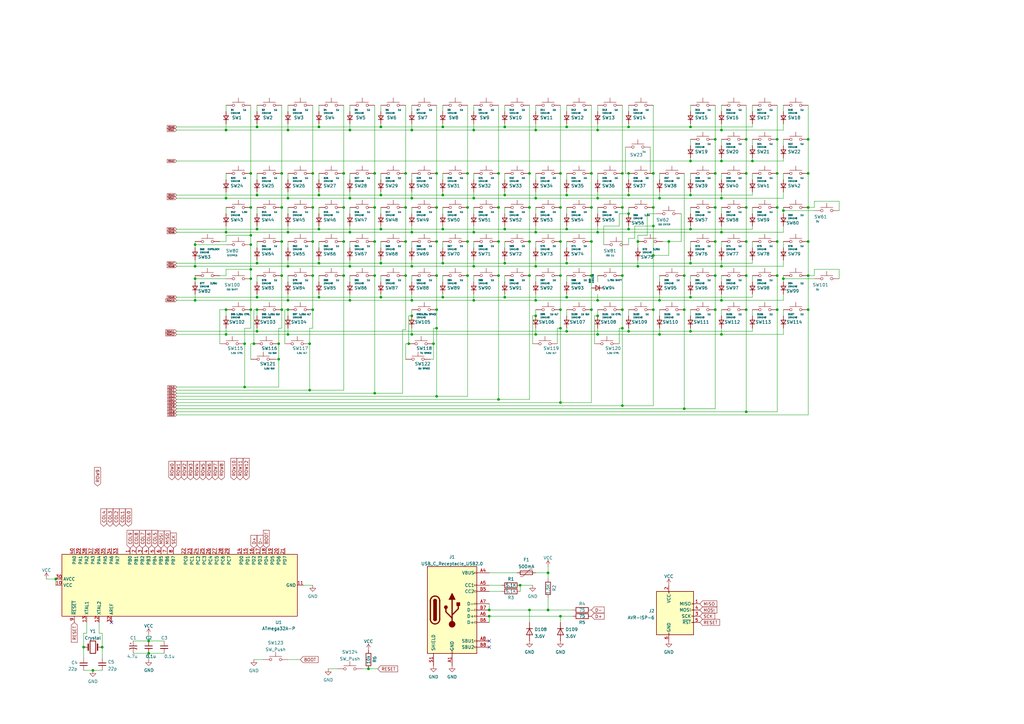
<source format=kicad_sch>
(kicad_sch (version 20211123) (generator eeschema)
  (paper "A3")
  (junction (at 118.11 109.22))
  (junction (at 245.11 123.19))
  (junction (at 194.31 53.34))
  (junction (at 280.67 113.03))
  (junction (at 179.07 162.56))
  (junction (at 245.11 95.25))
  (junction (at 267.97 104.775))
  (junction (at 115.57 113.03))
  (junction (at 219.71 137.16))
  (junction (at 229.87 99.06))
  (junction (at 153.67 85.09))
  (junction (at 179.07 99.06))
  (junction (at 229.87 113.03))
  (junction (at 318.77 71.12))
  (junction (at 102.87 96.52))
  (junction (at 283.21 93.98))
  (junction (at 274.32 99.06))
  (junction (at 255.27 166.37))
  (junction (at 194.31 95.25))
  (junction (at 204.47 163.83))
  (junction (at 105.41 121.92))
  (junction (at 200.66 252.73))
  (junction (at 194.31 123.19))
  (junction (at 308.61 66.04))
  (junction (at 102.87 114.3))
  (junction (at 115.57 71.12))
  (junction (at 318.77 127))
  (junction (at 153.67 161.29))
  (junction (at 270.51 123.19))
  (junction (at 80.01 114.3))
  (junction (at 105.41 52.07))
  (junction (at 280.67 167.64))
  (junction (at 168.91 53.34))
  (junction (at 181.61 52.07))
  (junction (at 153.67 71.12))
  (junction (at 156.21 80.01))
  (junction (at 166.37 113.03))
  (junction (at 245.11 81.28))
  (junction (at 191.77 71.12))
  (junction (at 92.71 81.28))
  (junction (at 217.17 85.09))
  (junction (at 118.11 53.34))
  (junction (at 207.01 52.07))
  (junction (at 105.41 107.95))
  (junction (at 114.3 147.32))
  (junction (at 127 160.02))
  (junction (at 306.07 127))
  (junction (at 224.79 250.19))
  (junction (at 153.67 99.06))
  (junction (at 283.21 107.95))
  (junction (at 118.11 127))
  (junction (at 92.71 53.34))
  (junction (at 118.11 95.25))
  (junction (at 229.87 134.62))
  (junction (at 219.71 109.22))
  (junction (at 130.81 80.01))
  (junction (at 213.36 240.03))
  (junction (at 181.61 93.98))
  (junction (at 283.21 135.89))
  (junction (at 80.01 109.22))
  (junction (at 229.87 127))
  (junction (at 255.27 127))
  (junction (at 245.11 129.54))
  (junction (at 331.47 85.09))
  (junction (at 128.27 127))
  (junction (at 38.1 274.955))
  (junction (at 207.01 80.01))
  (junction (at 128.27 113.03))
  (junction (at 295.91 66.04))
  (junction (at 295.91 137.16))
  (junction (at 293.37 99.06))
  (junction (at 261.62 99.06))
  (junction (at 80.01 123.19))
  (junction (at 130.81 121.92))
  (junction (at 92.71 95.25))
  (junction (at 242.57 127))
  (junction (at 261.62 109.22))
  (junction (at 102.87 127))
  (junction (at 118.11 81.28))
  (junction (at 92.71 127))
  (junction (at 306.07 85.09))
  (junction (at 283.21 121.92))
  (junction (at 242.57 99.06))
  (junction (at 179.07 113.03))
  (junction (at 118.11 137.16))
  (junction (at 229.87 252.73))
  (junction (at 270.51 81.28))
  (junction (at 115.57 99.06))
  (junction (at 270.51 137.16))
  (junction (at 102.87 110.49))
  (junction (at 115.57 127))
  (junction (at 321.31 86.36))
  (junction (at 80.01 100.33))
  (junction (at 204.47 85.09))
  (junction (at 267.97 127))
  (junction (at 127 140.97))
  (junction (at 232.41 80.01))
  (junction (at 156.21 107.95))
  (junction (at 232.41 93.98))
  (junction (at 105.41 80.01))
  (junction (at 245.11 53.34))
  (junction (at 207.01 121.92))
  (junction (at 179.07 134.62))
  (junction (at 306.07 71.12))
  (junction (at 257.81 71.12))
  (junction (at 166.37 71.12))
  (junction (at 283.21 52.07))
  (junction (at 204.47 113.03))
  (junction (at 255.27 113.03))
  (junction (at 219.71 95.25))
  (junction (at 255.27 134.62))
  (junction (at 280.67 127))
  (junction (at 306.07 57.15))
  (junction (at 105.41 127))
  (junction (at 217.17 71.12))
  (junction (at 105.41 93.98))
  (junction (at 200.66 250.19))
  (junction (at 156.21 52.07))
  (junction (at 331.47 113.03))
  (junction (at 143.51 81.28))
  (junction (at 179.07 85.09))
  (junction (at 102.87 100.33))
  (junction (at 242.57 113.03))
  (junction (at 242.57 85.09))
  (junction (at 115.57 85.09))
  (junction (at 22.86 237.49))
  (junction (at 102.87 85.09))
  (junction (at 166.37 99.06))
  (junction (at 100.33 158.75))
  (junction (at 224.79 234.95))
  (junction (at 140.97 99.06))
  (junction (at 102.87 71.12))
  (junction (at 257.81 80.01))
  (junction (at 306.07 99.06))
  (junction (at 41.91 265.43))
  (junction (at 306.07 113.03))
  (junction (at 128.27 71.12))
  (junction (at 179.07 71.12))
  (junction (at 140.97 113.03))
  (junction (at 318.77 113.03))
  (junction (at 194.31 81.28))
  (junction (at 168.91 137.16))
  (junction (at 60.96 267.97))
  (junction (at 257.81 87.63))
  (junction (at 318.77 57.15))
  (junction (at 257.81 135.89))
  (junction (at 217.17 113.03))
  (junction (at 229.87 71.12))
  (junction (at 100.33 140.97))
  (junction (at 232.41 107.95))
  (junction (at 217.17 250.19))
  (junction (at 140.97 71.12))
  (junction (at 128.27 85.09))
  (junction (at 194.31 109.22))
  (junction (at 293.37 127))
  (junction (at 321.31 114.3))
  (junction (at 191.77 113.03))
  (junction (at 143.51 95.25))
  (junction (at 168.91 123.19))
  (junction (at 255.27 85.09))
  (junction (at 168.91 129.54))
  (junction (at 229.87 165.1))
  (junction (at 168.91 95.25))
  (junction (at 257.81 52.07))
  (junction (at 219.71 129.54))
  (junction (at 283.21 80.01))
  (junction (at 295.91 109.22))
  (junction (at 283.21 66.04))
  (junction (at 257.81 93.98))
  (junction (at 242.57 71.12))
  (junction (at 156.21 121.92))
  (junction (at 179.07 127))
  (junction (at 118.11 123.19))
  (junction (at 207.01 93.98))
  (junction (at 204.47 99.06))
  (junction (at 166.37 85.09))
  (junction (at 181.61 80.01))
  (junction (at 232.41 135.89))
  (junction (at 60.96 262.89))
  (junction (at 130.81 107.95))
  (junction (at 105.41 135.89))
  (junction (at 295.91 123.19))
  (junction (at 168.91 81.28))
  (junction (at 181.61 107.95))
  (junction (at 295.91 95.25))
  (junction (at 267.97 92.71))
  (junction (at 153.67 113.03))
  (junction (at 232.41 121.92))
  (junction (at 331.47 127))
  (junction (at 191.77 99.06))
  (junction (at 140.97 85.09))
  (junction (at 331.47 57.15))
  (junction (at 295.91 53.34))
  (junction (at 104.14 140.97))
  (junction (at 331.47 99.06))
  (junction (at 229.87 85.09))
  (junction (at 245.11 137.16))
  (junction (at 255.27 71.12))
  (junction (at 204.47 71.12))
  (junction (at 293.37 71.12))
  (junction (at 267.97 85.09))
  (junction (at 219.71 53.34))
  (junction (at 92.71 137.16))
  (junction (at 130.81 93.98))
  (junction (at 267.97 71.12))
  (junction (at 143.51 109.22))
  (junction (at 34.29 265.43))
  (junction (at 207.01 107.95))
  (junction (at 143.51 53.34))
  (junction (at 318.77 99.06))
  (junction (at 114.3 140.97))
  (junction (at 219.71 123.19))
  (junction (at 318.77 85.09))
  (junction (at 191.77 85.09))
  (junction (at 130.81 52.07))
  (junction (at 168.91 109.22))
  (junction (at 156.21 93.98))
  (junction (at 293.37 113.03))
  (junction (at 293.37 85.09))
  (junction (at 219.71 81.28))
  (junction (at 295.91 81.28))
  (junction (at 128.27 99.06))
  (junction (at 232.41 52.07))
  (junction (at 177.8 140.97))
  (junction (at 293.37 57.15))
  (junction (at 181.61 121.92))
  (junction (at 143.51 123.19))
  (junction (at 151.13 274.32))
  (junction (at 217.17 99.06))
  (junction (at 306.07 168.91))
  (junction (at 331.47 71.12))
  (junction (at 167.64 140.97))
  (no_connect (at 200.66 265.43))
  (no_connect (at 45.72 255.27))
  (no_connect (at 200.66 262.89))
  (wire (pts (xy 232.41 52.07) (xy 257.81 52.07)))
  (wire (pts (xy 257.81 52.07) (xy 283.21 52.07)))
  (wire (pts (xy 243.84 129.54) (xy 243.84 140.97)))
  (wire (pts (xy 72.39 107.95) (xy 105.41 107.95)))
  (wire (pts (xy 267.97 104.775) (xy 267.97 127)))
  (wire (pts (xy 168.91 53.34) (xy 194.31 53.34)))
  (wire (pts (xy 100.33 134.62) (xy 100.33 140.97)))
  (wire (pts (xy 92.71 43.18) (xy 92.71 45.72)))
  (wire (pts (xy 72.39 137.16) (xy 92.71 137.16)))
  (wire (pts (xy 148.59 274.32) (xy 151.13 274.32)))
  (wire (pts (xy 344.17 86.36) (xy 344.17 82.55)))
  (wire (pts (xy 247.65 100.33) (xy 247.65 92.71)))
  (wire (pts (xy 318.77 71.12) (xy 318.77 85.09)))
  (wire (pts (xy 242.57 85.09) (xy 242.57 99.06)))
  (wire (pts (xy 232.41 107.95) (xy 283.21 107.95)))
  (wire (pts (xy 318.77 85.09) (xy 318.77 99.06)))
  (wire (pts (xy 156.21 107.95) (xy 181.61 107.95)))
  (wire (pts (xy 295.91 109.22) (xy 321.31 109.22)))
  (wire (pts (xy 179.07 113.03) (xy 179.07 127)))
  (wire (pts (xy 194.31 71.12) (xy 194.31 73.66)))
  (wire (pts (xy 217.17 113.03) (xy 217.17 163.83)))
  (wire (pts (xy 92.71 53.34) (xy 118.11 53.34)))
  (wire (pts (xy 207.01 121.92) (xy 232.41 121.92)))
  (wire (pts (xy 105.41 113.03) (xy 105.41 115.57)))
  (wire (pts (xy 265.43 96.52) (xy 261.62 96.52)))
  (wire (pts (xy 72.39 135.89) (xy 105.41 135.89)))
  (wire (pts (xy 257.81 134.62) (xy 257.81 135.89)))
  (wire (pts (xy 34.29 259.715) (xy 34.29 265.43)))
  (wire (pts (xy 306.07 127) (xy 306.07 168.91)))
  (wire (pts (xy 130.81 71.12) (xy 130.81 73.66)))
  (wire (pts (xy 156.21 121.92) (xy 181.61 121.92)))
  (wire (pts (xy 168.91 43.18) (xy 168.91 45.72)))
  (wire (pts (xy 168.91 137.16) (xy 219.71 137.16)))
  (wire (pts (xy 306.07 71.12) (xy 306.07 85.09)))
  (wire (pts (xy 261.62 106.68) (xy 261.62 109.22)))
  (wire (pts (xy 92.71 78.74) (xy 92.71 81.28)))
  (wire (pts (xy 156.21 120.65) (xy 156.21 121.92)))
  (wire (pts (xy 245.11 43.18) (xy 245.11 45.72)))
  (wire (pts (xy 283.21 57.15) (xy 283.21 59.69)))
  (wire (pts (xy 295.91 113.03) (xy 295.91 115.57)))
  (wire (pts (xy 118.11 120.65) (xy 118.11 123.19)))
  (wire (pts (xy 306.07 43.18) (xy 306.07 57.15)))
  (wire (pts (xy 308.61 85.09) (xy 308.61 87.63)))
  (wire (pts (xy 143.51 50.8) (xy 143.51 53.34)))
  (wire (pts (xy 219.71 120.65) (xy 219.71 123.19)))
  (wire (pts (xy 321.31 134.62) (xy 321.31 137.16)))
  (wire (pts (xy 257.81 127) (xy 257.81 129.54)))
  (wire (pts (xy 318.77 99.06) (xy 318.77 113.03)))
  (wire (pts (xy 242.57 113.03) (xy 242.57 127)))
  (wire (pts (xy 156.21 80.01) (xy 181.61 80.01)))
  (wire (pts (xy 308.61 127) (xy 308.61 129.54)))
  (wire (pts (xy 232.41 50.8) (xy 232.41 52.07)))
  (wire (pts (xy 232.41 135.89) (xy 257.81 135.89)))
  (wire (pts (xy 331.47 85.09) (xy 331.47 99.06)))
  (wire (pts (xy 283.21 92.71) (xy 283.21 93.98)))
  (wire (pts (xy 105.41 99.06) (xy 105.41 101.6)))
  (wire (pts (xy 72.39 161.29) (xy 153.67 161.29)))
  (wire (pts (xy 168.91 99.06) (xy 168.91 101.6)))
  (wire (pts (xy 219.71 109.22) (xy 261.62 109.22)))
  (wire (pts (xy 130.81 92.71) (xy 130.81 93.98)))
  (wire (pts (xy 308.61 92.71) (xy 308.61 93.98)))
  (wire (pts (xy 283.21 135.89) (xy 308.61 135.89)))
  (wire (pts (xy 80.01 123.19) (xy 118.11 123.19)))
  (wire (pts (xy 344.17 110.49) (xy 344.17 114.3)))
  (wire (pts (xy 102.87 147.32) (xy 102.87 140.97)))
  (wire (pts (xy 181.61 120.65) (xy 181.61 121.92)))
  (wire (pts (xy 143.51 99.06) (xy 143.51 101.6)))
  (wire (pts (xy 279.4 87.63) (xy 279.4 99.06)))
  (wire (pts (xy 260.35 97.79) (xy 257.81 97.79)))
  (wire (pts (xy 40.64 255.27) (xy 40.64 259.715)))
  (wire (pts (xy 166.37 113.03) (xy 166.37 135.255)))
  (wire (pts (xy 102.87 114.3) (xy 102.87 127)))
  (wire (pts (xy 265.43 87.63) (xy 265.43 96.52)))
  (wire (pts (xy 321.31 114.3) (xy 321.31 115.57)))
  (wire (pts (xy 115.57 134.62) (xy 114.3 134.62)))
  (wire (pts (xy 118.11 43.18) (xy 118.11 45.72)))
  (wire (pts (xy 280.67 167.64) (xy 293.37 167.64)))
  (wire (pts (xy 194.31 113.03) (xy 194.31 115.57)))
  (wire (pts (xy 179.07 127) (xy 179.07 134.62)))
  (wire (pts (xy 283.21 66.04) (xy 295.91 66.04)))
  (wire (pts (xy 228.6 134.62) (xy 228.6 140.97)))
  (wire (pts (xy 72.39 160.02) (xy 127 160.02)))
  (wire (pts (xy 177.8 147.32) (xy 177.8 140.97)))
  (wire (pts (xy 143.51 123.19) (xy 168.91 123.19)))
  (wire (pts (xy 80.01 114.3) (xy 80.01 115.57)))
  (wire (pts (xy 194.31 53.34) (xy 219.71 53.34)))
  (wire (pts (xy 118.11 99.06) (xy 118.11 101.6)))
  (wire (pts (xy 166.37 43.18) (xy 166.37 71.12)))
  (wire (pts (xy 151.13 274.32) (xy 154.94 274.32)))
  (wire (pts (xy 232.41 85.09) (xy 232.41 87.63)))
  (wire (pts (xy 255.27 127) (xy 255.27 134.62)))
  (wire (pts (xy 72.39 170.18) (xy 331.47 170.18)))
  (wire (pts (xy 207.01 107.95) (xy 232.41 107.95)))
  (wire (pts (xy 115.57 43.18) (xy 115.57 71.12)))
  (wire (pts (xy 156.21 85.09) (xy 156.21 87.63)))
  (wire (pts (xy 283.21 71.12) (xy 283.21 73.66)))
  (wire (pts (xy 204.47 113.03) (xy 204.47 163.83)))
  (wire (pts (xy 295.91 53.34) (xy 321.31 53.34)))
  (wire (pts (xy 156.21 99.06) (xy 156.21 101.6)))
  (wire (pts (xy 102.87 134.62) (xy 100.33 134.62)))
  (wire (pts (xy 245.11 120.65) (xy 245.11 123.19)))
  (wire (pts (xy 229.87 99.06) (xy 229.87 113.03)))
  (wire (pts (xy 295.91 78.74) (xy 295.91 81.28)))
  (wire (pts (xy 168.91 95.25) (xy 194.31 95.25)))
  (wire (pts (xy 104.14 270.51) (xy 107.95 270.51)))
  (wire (pts (xy 207.01 50.8) (xy 207.01 52.07)))
  (wire (pts (xy 100.33 158.75) (xy 114.3 158.75)))
  (wire (pts (xy 166.37 147.32) (xy 166.37 140.97)))
  (wire (pts (xy 306.07 85.09) (xy 306.07 99.06)))
  (wire (pts (xy 217.17 99.06) (xy 217.17 113.03)))
  (wire (pts (xy 267.97 71.12) (xy 267.97 85.09)))
  (wire (pts (xy 128.27 127) (xy 128.27 134.62)))
  (wire (pts (xy 140.97 85.09) (xy 140.97 99.06)))
  (wire (pts (xy 280.67 113.03) (xy 280.67 127)))
  (wire (pts (xy 295.91 92.71) (xy 295.91 95.25)))
  (wire (pts (xy 207.01 106.68) (xy 207.01 107.95)))
  (wire (pts (xy 295.91 99.06) (xy 295.91 101.6)))
  (wire (pts (xy 270.51 123.19) (xy 295.91 123.19)))
  (wire (pts (xy 130.81 85.09) (xy 130.81 87.63)))
  (wire (pts (xy 207.01 80.01) (xy 232.41 80.01)))
  (wire (pts (xy 118.11 137.16) (xy 168.91 137.16)))
  (wire (pts (xy 156.21 93.98) (xy 181.61 93.98)))
  (wire (pts (xy 143.51 109.22) (xy 168.91 109.22)))
  (wire (pts (xy 130.81 93.98) (xy 156.21 93.98)))
  (wire (pts (xy 321.31 86.36) (xy 334.01 86.36)))
  (wire (pts (xy 254 87.63) (xy 257.81 87.63)))
  (wire (pts (xy 80.01 106.68) (xy 80.01 109.22)))
  (wire (pts (xy 344.17 82.55) (xy 334.01 82.55)))
  (wire (pts (xy 168.91 50.8) (xy 168.91 53.34)))
  (wire (pts (xy 295.91 127) (xy 295.91 129.54)))
  (wire (pts (xy 118.11 71.12) (xy 118.11 73.66)))
  (wire (pts (xy 308.61 106.68) (xy 308.61 107.95)))
  (wire (pts (xy 270.51 78.74) (xy 270.51 81.28)))
  (wire (pts (xy 124.46 240.03) (xy 128.27 240.03)))
  (wire (pts (xy 217.17 71.12) (xy 217.17 85.09)))
  (wire (pts (xy 105.41 80.01) (xy 130.81 80.01)))
  (wire (pts (xy 331.47 71.12) (xy 331.47 85.09)))
  (wire (pts (xy 153.67 85.09) (xy 153.67 99.06)))
  (wire (pts (xy 308.61 57.15) (xy 308.61 59.69)))
  (wire (pts (xy 318.77 43.18) (xy 318.77 57.15)))
  (wire (pts (xy 34.29 274.955) (xy 38.1 274.955)))
  (wire (pts (xy 92.71 92.71) (xy 92.71 95.25)))
  (wire (pts (xy 232.41 120.65) (xy 232.41 121.92)))
  (wire (pts (xy 118.11 92.71) (xy 118.11 95.25)))
  (wire (pts (xy 232.41 43.18) (xy 232.41 45.72)))
  (wire (pts (xy 72.39 166.37) (xy 255.27 166.37)))
  (wire (pts (xy 219.71 85.09) (xy 219.71 87.63)))
  (wire (pts (xy 181.61 106.68) (xy 181.61 107.95)))
  (wire (pts (xy 219.71 71.12) (xy 219.71 73.66)))
  (wire (pts (xy 270.51 113.03) (xy 270.51 115.57)))
  (wire (pts (xy 105.41 134.62) (xy 105.41 135.89)))
  (wire (pts (xy 334.01 110.49) (xy 344.17 110.49)))
  (wire (pts (xy 242.57 127) (xy 242.57 165.1)))
  (wire (pts (xy 165.1 135.255) (xy 165.1 161.29)))
  (wire (pts (xy 114.3 140.97) (xy 114.3 147.32)))
  (wire (pts (xy 318.77 127) (xy 318.77 168.91)))
  (wire (pts (xy 306.07 99.06) (xy 306.07 113.03)))
  (wire (pts (xy 219.71 123.19) (xy 245.11 123.19)))
  (wire (pts (xy 168.91 71.12) (xy 168.91 73.66)))
  (wire (pts (xy 194.31 50.8) (xy 194.31 53.34)))
  (wire (pts (xy 256.54 60.325) (xy 256.54 71.12)))
  (wire (pts (xy 194.31 95.25) (xy 219.71 95.25)))
  (wire (pts (xy 35.56 255.27) (xy 35.56 259.715)))
  (wire (pts (xy 156.21 78.74) (xy 156.21 80.01)))
  (wire (pts (xy 181.61 78.74) (xy 181.61 80.01)))
  (wire (pts (xy 266.7 60.325) (xy 266.7 71.12)))
  (wire (pts (xy 270.51 71.12) (xy 270.51 73.66)))
  (wire (pts (xy 242.57 99.06) (xy 242.57 113.03)))
  (wire (pts (xy 257.81 43.18) (xy 257.81 45.72)))
  (wire (pts (xy 90.17 127) (xy 92.71 127)))
  (wire (pts (xy 72.39 168.91) (xy 306.07 168.91)))
  (wire (pts (xy 19.05 237.49) (xy 22.86 237.49)))
  (wire (pts (xy 41.91 265.43) (xy 41.91 259.715)))
  (wire (pts (xy 219.71 81.28) (xy 245.11 81.28)))
  (wire (pts (xy 140.97 113.03) (xy 140.97 160.02)))
  (wire (pts (xy 232.41 127) (xy 232.41 129.54)))
  (wire (pts (xy 331.47 43.18) (xy 331.47 57.15)))
  (wire (pts (xy 134.62 274.32) (xy 138.43 274.32)))
  (wire (pts (xy 80.01 114.3) (xy 92.71 114.3)))
  (wire (pts (xy 104.14 140.97) (xy 104.14 127)))
  (wire (pts (xy 219.71 53.34) (xy 245.11 53.34)))
  (wire (pts (xy 232.41 113.03) (xy 232.41 115.57)))
  (wire (pts (xy 100.33 140.97) (xy 100.33 158.75)))
  (wire (pts (xy 229.87 165.1) (xy 242.57 165.1)))
  (wire (pts (xy 168.91 120.65) (xy 168.91 123.19)))
  (wire (pts (xy 204.47 99.06) (xy 204.47 113.03)))
  (wire (pts (xy 128.27 85.09) (xy 128.27 99.06)))
  (wire (pts (xy 308.61 64.77) (xy 308.61 66.04)))
  (wire (pts (xy 156.21 52.07) (xy 181.61 52.07)))
  (wire (pts (xy 168.91 109.22) (xy 194.31 109.22)))
  (wire (pts (xy 130.81 106.68) (xy 130.81 107.95)))
  (wire (pts (xy 181.61 50.8) (xy 181.61 52.07)))
  (wire (pts (xy 168.91 85.09) (xy 168.91 87.63)))
  (wire (pts (xy 295.91 66.04) (xy 308.61 66.04)))
  (wire (pts (xy 207.01 113.03) (xy 207.01 115.57)))
  (wire (pts (xy 72.39 163.83) (xy 204.47 163.83)))
  (wire (pts (xy 207.01 85.09) (xy 207.01 87.63)))
  (wire (pts (xy 153.67 113.03) (xy 153.67 161.29)))
  (wire (pts (xy 308.61 50.8) (xy 308.61 52.07)))
  (wire (pts (xy 127 134.62) (xy 127 140.97)))
  (wire (pts (xy 229.87 134.62) (xy 228.6 134.62)))
  (wire (pts (xy 181.61 113.03) (xy 181.61 115.57)))
  (wire (pts (xy 321.31 43.18) (xy 321.31 45.72)))
  (wire (pts (xy 194.31 99.06) (xy 194.31 101.6)))
  (wire (pts (xy 255.27 43.18) (xy 255.27 71.12)))
  (wire (pts (xy 115.57 127) (xy 115.57 134.62)))
  (wire (pts (xy 280.67 127) (xy 280.67 167.64)))
  (wire (pts (xy 105.41 85.09) (xy 105.41 87.63)))
  (wire (pts (xy 179.07 162.56) (xy 191.77 162.56)))
  (wire (pts (xy 130.81 107.95) (xy 156.21 107.95)))
  (wire (pts (xy 293.37 113.03) (xy 293.37 127)))
  (wire (pts (xy 72.39 66.04) (xy 283.21 66.04)))
  (wire (pts (xy 92.71 113.03) (xy 90.17 113.03)))
  (wire (pts (xy 104.14 127) (xy 105.41 127)))
  (wire (pts (xy 270.51 120.65) (xy 270.51 123.19)))
  (wire (pts (xy 200.66 242.57) (xy 205.74 242.57)))
  (wire (pts (xy 321.31 85.09) (xy 321.31 86.36)))
  (wire (pts (xy 105.41 43.18) (xy 105.41 45.72)))
  (wire (pts (xy 257.81 93.98) (xy 283.21 93.98)))
  (wire (pts (xy 204.47 71.12) (xy 204.47 85.09)))
  (wire (pts (xy 92.71 81.28) (xy 118.11 81.28)))
  (wire (pts (xy 118.11 270.51) (xy 123.19 270.51)))
  (wire (pts (xy 200.66 247.65) (xy 200.66 250.19)))
  (wire (pts (xy 105.41 120.65) (xy 105.41 121.92)))
  (wire (pts (xy 295.91 50.8) (xy 295.91 53.34)))
  (wire (pts (xy 283.21 50.8) (xy 283.21 52.07)))
  (wire (pts (xy 274.32 99.06) (xy 271.78 99.06)))
  (wire (pts (xy 115.57 85.09) (xy 115.57 99.06)))
  (wire (pts (xy 247.65 92.71) (xy 254 92.71)))
  (wire (pts (xy 245.11 134.62) (xy 245.11 137.16)))
  (wire (pts (xy 181.61 107.95) (xy 207.01 107.95)))
  (wire (pts (xy 102.87 71.12) (xy 102.87 85.09)))
  (wire (pts (xy 229.87 252.73) (xy 234.95 252.73)))
  (wire (pts (xy 245.11 113.03) (xy 245.11 115.57)))
  (wire (pts (xy 204.47 85.09) (xy 204.47 99.06)))
  (wire (pts (xy 318.77 57.15) (xy 318.77 71.12)))
  (wire (pts (xy 295.91 137.16) (xy 321.31 137.16)))
  (wire (pts (xy 80.01 99.06) (xy 80.01 100.33)))
  (wire (pts (xy 80.01 100.33) (xy 92.71 100.33)))
  (wire (pts (xy 207.01 93.98) (xy 232.41 93.98)))
  (wire (pts (xy 207.01 43.18) (xy 207.01 45.72)))
  (wire (pts (xy 156.21 106.68) (xy 156.21 107.95)))
  (wire (pts (xy 118.11 78.74) (xy 118.11 81.28)))
  (wire (pts (xy 181.61 85.09) (xy 181.61 87.63)))
  (wire (pts (xy 283.21 107.95) (xy 308.61 107.95)))
  (wire (pts (xy 255.27 113.03) (xy 255.27 127)))
  (wire (pts (xy 321.31 99.06) (xy 321.31 101.6)))
  (wire (pts (xy 321.31 106.68) (xy 321.31 109.22)))
  (wire (pts (xy 308.61 71.12) (xy 308.61 73.66)))
  (wire (pts (xy 245.11 92.71) (xy 245.11 95.25)))
  (wire (pts (xy 283.21 121.92) (xy 308.61 121.92)))
  (wire (pts (xy 41.91 269.875) (xy 41.91 265.43)))
  (wire (pts (xy 156.21 50.8) (xy 156.21 52.07)))
  (wire (pts (xy 219.71 127) (xy 219.71 129.54)))
  (wire (pts (xy 293.37 71.12) (xy 293.37 85.09)))
  (wire (pts (xy 105.41 127) (xy 105.41 129.54)))
  (wire (pts (xy 114.3 134.62) (xy 114.3 140.97)))
  (wire (pts (xy 153.67 99.06) (xy 153.67 113.03)))
  (wire (pts (xy 118.11 53.34) (xy 143.51 53.34)))
  (wire (pts (xy 261.62 99.06) (xy 261.62 101.6)))
  (wire (pts (xy 128.27 71.12) (xy 128.27 85.09)))
  (wire (pts (xy 194.31 81.28) (xy 219.71 81.28)))
  (wire (pts (xy 118.11 50.8) (xy 118.11 53.34)))
  (wire (pts (xy 181.61 43.18) (xy 181.61 45.72)))
  (wire (pts (xy 295.91 85.09) (xy 295.91 87.63)))
  (wire (pts (xy 255.27 166.37) (xy 267.97 166.37)))
  (wire (pts (xy 232.41 71.12) (xy 232.41 73.66)))
  (wire (pts (xy 293.37 43.18) (xy 293.37 57.15)))
  (wire (pts (xy 295.91 134.62) (xy 295.91 137.16)))
  (wire (pts (xy 306.07 168.91) (xy 318.77 168.91)))
  (wire (pts (xy 213.36 242.57) (xy 213.36 240.03)))
  (wire (pts (xy 232.41 106.68) (xy 232.41 107.95)))
  (wire (pts (xy 156.21 92.71) (xy 156.21 93.98)))
  (wire (pts (xy 200.66 252.73) (xy 229.87 252.73)))
  (wire (pts (xy 38.1 274.955) (xy 41.91 274.955)))
  (wire (pts (xy 54.61 262.89) (xy 60.96 262.89)))
  (wire (pts (xy 130.81 80.01) (xy 156.21 80.01)))
  (wire (pts (xy 143.51 92.71) (xy 143.51 95.25)))
  (wire (pts (xy 331.47 57.15) (xy 331.47 71.12)))
  (wire (pts (xy 207.01 78.74) (xy 207.01 80.01)))
  (wire (pts (xy 130.81 120.65) (xy 130.81 121.92)))
  (wire (pts (xy 143.51 53.34) (xy 168.91 53.34)))
  (wire (pts (xy 80.01 100.33) (xy 80.01 101.6)))
  (wire (pts (xy 218.44 140.97) (xy 218.44 129.54)))
  (wire (pts (xy 270.51 137.16) (xy 295.91 137.16)))
  (wire (pts (xy 168.91 113.03) (xy 168.91 115.57)))
  (wire (pts (xy 224.79 237.49) (xy 224.79 234.95)))
  (wire (pts (xy 168.91 134.62) (xy 168.91 137.16)))
  (wire (pts (xy 255.27 71.12) (xy 255.27 85.09)))
  (wire (pts (xy 181.61 52.07) (xy 207.01 52.07)))
  (wire (pts (xy 102.87 96.52) (xy 92.71 96.52)))
  (wire (pts (xy 200.66 250.19) (xy 217.17 250.19)))
  (wire (pts (xy 191.77 85.09) (xy 191.77 99.06)))
  (wire (pts (xy 283.21 99.06) (xy 283.21 101.6)))
  (wire (pts (xy 114.3 158.75) (xy 114.3 147.32)))
  (wire (pts (xy 267.97 85.09) (xy 267.97 92.71)))
  (wire (pts (xy 72.39 95.25) (xy 92.71 95.25)))
  (wire (pts (xy 261.62 96.52) (xy 261.62 99.06)))
  (wire (pts (xy 92.71 110.49) (xy 92.71 113.03)))
  (wire (pts (xy 166.37 85.09) (xy 166.37 99.06)))
  (wire (pts (xy 118.11 113.03) (xy 118.11 115.57)))
  (wire (pts (xy 256.54 71.12) (xy 257.81 71.12)))
  (wire (pts (xy 245.11 78.74) (xy 245.11 81.28)))
  (wire (pts (xy 219.71 43.18) (xy 219.71 45.72)))
  (wire (pts (xy 270.51 134.62) (xy 270.51 137.16)))
  (wire (pts (xy 232.41 121.92) (xy 283.21 121.92)))
  (wire (pts (xy 257.81 85.09) (xy 257.81 87.63)))
  (wire (pts (xy 102.87 110.49) (xy 102.87 114.3)))
  (wire (pts (xy 105.41 135.89) (xy 232.41 135.89)))
  (wire (pts (xy 34.29 265.43) (xy 34.29 269.875)))
  (wire (pts (xy 254 92.71) (xy 254 87.63)))
  (wire (pts (xy 229.87 43.18) (xy 229.87 71.12)))
  (wire (pts (xy 92.71 137.16) (xy 118.11 137.16)))
  (wire (pts (xy 232.41 80.01) (xy 257.81 80.01)))
  (wire (pts (xy 130.81 113.03) (xy 130.81 115.57)))
  (wire (pts (xy 143.51 85.09) (xy 143.51 87.63)))
  (wire (pts (xy 200.66 234.95) (xy 212.09 234.95)))
  (wire (pts (xy 194.31 106.68) (xy 194.31 109.22)))
  (wire (pts (xy 245.11 71.12) (xy 245.11 73.66)))
  (wire (pts (xy 269.24 87.63) (xy 265.43 87.63)))
  (wire (pts (xy 167.64 140.97) (xy 167.64 129.54)))
  (wire (pts (xy 207.01 120.65) (xy 207.01 121.92)))
  (wire (pts (xy 283.21 106.68) (xy 283.21 107.95)))
  (wire (pts (xy 72.39 167.64) (xy 280.67 167.64)))
  (wire (pts (xy 92.71 96.52) (xy 92.71 99.06)))
  (wire (pts (xy 194.31 109.22) (xy 219.71 109.22)))
  (wire (pts (xy 179.07 134.62) (xy 179.07 162.56)))
  (wire (pts (xy 92.71 127) (xy 92.71 129.54)))
  (wire (pts (xy 279.4 99.06) (xy 274.32 99.06)))
  (wire (pts (xy 308.61 120.65) (xy 308.61 121.92)))
  (wire (pts (xy 229.87 252.73) (xy 229.87 255.27)))
  (wire (pts (xy 207.01 71.12) (xy 207.01 73.66)))
  (wire (pts (xy 232.41 134.62) (xy 232.41 135.89)))
  (wire (pts (xy 255.27 134.62) (xy 255.27 166.37)))
  (wire (pts (xy 308.61 134.62) (xy 308.61 135.89)))
  (wire (pts (xy 217.17 250.19) (xy 224.79 250.19)))
  (wire (pts (xy 72.39 123.19) (xy 80.01 123.19)))
  (wire (pts (xy 242.57 43.18) (xy 242.57 71.12)))
  (wire (pts (xy 321.31 120.65) (xy 321.31 123.19)))
  (wire (pts (xy 245.11 129.54) (xy 243.84 129.54)))
  (wire (pts (xy 267.97 92.71) (xy 260.35 92.71)))
  (wire (pts (xy 224.79 250.19) (xy 234.95 250.19)))
  (wire (pts (xy 283.21 113.03) (xy 283.21 115.57)))
  (wire (pts (xy 143.51 81.28) (xy 168.91 81.28)))
  (wire (pts (xy 257.81 50.8) (xy 257.81 52.07)))
  (wire (pts (xy 92.71 53.34) (xy 72.39 53.34)))
  (wire (pts (xy 293.37 99.06) (xy 293.37 113.03)))
  (wire (pts (xy 321.31 78.74) (xy 321.31 81.28)))
  (wire (pts (xy 217.17 85.09) (xy 217.17 99.06)))
  (wire (pts (xy 318.77 113.03) (xy 318.77 127)))
  (wire (pts (xy 261.62 109.22) (xy 295.91 109.22)))
  (wire (pts (xy 118.11 134.62) (xy 118.11 137.16)))
  (wire (pts (xy 232.41 78.74) (xy 232.41 80.01)))
  (wire (pts (xy 334.01 82.55) (xy 334.01 85.09)))
  (wire (pts (xy 92.71 134.62) (xy 92.71 137.16)))
  (wire (pts (xy 257.81 71.12) (xy 257.81 73.66)))
  (wire (pts (xy 267.97 104.775) (xy 274.32 104.775)))
  (wire (pts (xy 331.47 99.06) (xy 331.47 113.03)))
  (wire (pts (xy 102.87 43.18) (xy 102.87 71.12)))
  (wire (pts (xy 166.37 71.12) (xy 166.37 85.09)))
  (wire (pts (xy 254 140.97) (xy 254 134.62)))
  (wire (pts (xy 105.41 92.71) (xy 105.41 93.98)))
  (wire (pts (xy 232.41 93.98) (xy 257.81 93.98)))
  (wire (pts (xy 92.71 71.12) (xy 92.71 73.66)))
  (wire (pts (xy 274.32 104.775) (xy 274.32 99.06)))
  (wire (pts (xy 245.11 85.09) (xy 245.11 87.63)))
  (wire (pts (xy 293.37 57.15) (xy 293.37 71.12)))
  (wire (pts (xy 143.51 43.18) (xy 143.51 45.72)))
  (wire (pts (xy 245.11 137.16) (xy 270.51 137.16)))
  (wire (pts (xy 102.87 96.52) (xy 102.87 100.33)))
  (wire (pts (xy 113.03 147.32) (xy 114.3 147.32)))
  (wire (pts (xy 118.11 85.09) (xy 118.11 87.63)))
  (wire (pts (xy 143.51 113.03) (xy 143.51 115.57)))
  (wire (pts (xy 321.31 127) (xy 321.31 129.54)))
  (wire (pts (xy 219.71 78.74) (xy 219.71 81.28)))
  (wire (pts (xy 191.77 99.06) (xy 191.77 113.03)))
  (wire (pts (xy 72.39 121.92) (xy 105.41 121.92)))
  (wire (pts (xy 72.39 52.07) (xy 105.41 52.07)))
  (wire (pts (xy 72.39 162.56) (xy 179.07 162.56)))
  (wire (pts (xy 128.27 113.03) (xy 128.27 127)))
  (wire (pts (xy 283.21 127) (xy 283.21 129.54)))
  (wire (pts (xy 92.71 95.25) (xy 118.11 95.25)))
  (wire (pts (xy 219.71 106.68) (xy 219.71 109.22)))
  (wire (pts (xy 257.81 78.74) (xy 257.81 80.01)))
  (wire (pts (xy 166.37 135.255) (xy 165.1 135.255)))
  (wire (pts (xy 105.41 106.68) (xy 105.41 107.95)))
  (wire (pts (xy 60.96 267.97) (xy 67.31 267.97)))
  (wire (pts (xy 200.66 255.27) (xy 200.66 252.73)))
  (wire (pts (xy 283.21 134.62) (xy 283.21 135.89)))
  (wire (pts (xy 115.57 99.06) (xy 115.57 113.03)))
  (wire (pts (xy 207.01 92.71) (xy 207.01 93.98)))
  (wire (pts (xy 130.81 99.06) (xy 130.81 101.6)))
  (wire (pts (xy 267.97 92.71) (xy 267.97 104.775)))
  (wire (pts (xy 166.37 99.06) (xy 166.37 113.03)))
  (wire (pts (xy 295.91 123.19) (xy 321.31 123.19)))
  (wire (pts (xy 219.71 92.71) (xy 219.71 95.25)))
  (wire (pts (xy 224.79 232.41) (xy 224.79 234.95)))
  (wire (pts (xy 153.67 43.18) (xy 153.67 71.12)))
  (wire (pts (xy 128.27 134.62) (xy 127 134.62)))
  (wire (pts (xy 130.81 78.74) (xy 130.81 80.01)))
  (wire (pts (xy 167.64 129.54) (xy 168.91 129.54)))
  (wire (pts (xy 102.87 140.97) (xy 104.14 140.97)))
  (wire (pts (xy 242.57 71.12) (xy 242.57 85.09)))
  (wire (pts (xy 153.67 161.29) (xy 165.1 161.29)))
  (wire (pts (xy 176.53 147.32) (xy 177.8 147.32)))
  (wire (pts (xy 224.79 234.95) (xy 219.71 234.95)))
  (wire (pts (xy 80.01 120.65) (xy 80.01 123.19)))
  (wire (pts (xy 92.71 99.06) (xy 90.17 99.06)))
  (wire (pts (xy 168.91 123.19) (xy 194.31 123.19)))
  (wire (pts (xy 308.61 66.04) (xy 321.31 66.04)))
  (wire (pts (xy 128.27 99.06) (xy 128.27 113.03)))
  (wire (pts (xy 224.79 245.11) (xy 224.79 250.19)))
  (wire (pts (xy 245.11 81.28) (xy 270.51 81.28)))
  (wire (pts (xy 194.31 120.65) (xy 194.31 123.19)))
  (wire (pts (xy 105.41 52.07) (xy 130.81 52.07)))
  (wire (pts (xy 257.81 97.79) (xy 257.81 100.33)))
  (wire (pts (xy 102.87 100.33) (xy 102.87 110.49)))
  (wire (pts (xy 321.31 71.12) (xy 321.31 73.66)))
  (wire (pts (xy 140.97 43.18) (xy 140.97 71.12)))
  (wire (pts (xy 194.31 85.09) (xy 194.31 87.63)))
  (wire (pts (xy 143.51 78.74) (xy 143.51 81.28)))
  (wire (pts (xy 308.61 113.03) (xy 308.61 115.57)))
  (wire (pts (xy 245.11 95.25) (xy 295.91 95.25)))
  (wire (pts (xy 105.41 50.8) (xy 105.41 52.07)))
  (wire (pts (xy 181.61 80.01) (xy 207.01 80.01)))
  (wire (pts (xy 200.66 240.03) (xy 205.74 240.03)))
  (wire (pts (xy 321.31 114.3) (xy 334.01 114.3)))
  (wire (pts (xy 168.91 78.74) (xy 168.91 81.28)))
  (wire (pts (xy 179.07 43.18) (xy 179.07 71.12)))
  (wire (pts (xy 179.07 99.06) (xy 179.07 113.03)))
  (wire (pts (xy 194.31 123.19) (xy 219.71 123.19)))
  (wire (pts (xy 72.39 109.22) (xy 80.01 109.22)))
  (wire (pts (xy 194.31 43.18) (xy 194.31 45.72)))
  (wire (pts (xy 283.21 78.74) (xy 283.21 80.01)))
  (wire (pts (xy 130.81 121.92) (xy 156.21 121.92)))
  (wire (pts (xy 321.31 86.36) (xy 321.31 87.63)))
  (wire (pts (xy 283.21 120.65) (xy 283.21 121.92)))
  (wire (pts (xy 293.37 85.09) (xy 293.37 99.06)))
  (wire (pts (xy 283.21 43.18) (xy 283.21 45.72)))
  (wire (pts (xy 245.11 127) (xy 245.11 129.54)))
  (wire (pts (xy 127 140.97) (xy 127 160.02)))
  (wire (pts (xy 118.11 95.25) (xy 143.51 95.25)))
  (wire (pts (xy 219.71 95.25) (xy 245.11 95.25)))
  (wire (pts (xy 140.97 71.12) (xy 140.97 85.09)))
  (wire (pts (xy 219.71 50.8) (xy 219.71 53.34)))
  (wire (pts (xy 127 160.02) (xy 140.97 160.02)))
  (wire (pts (xy 40.64 259.715) (xy 41.91 259.715)))
  (wire (pts (xy 295.91 64.77) (xy 295.91 66.04)))
  (wire (pts (xy 105.41 71.12) (xy 105.41 73.66)))
  (wire (pts (xy 204.47 163.83) (xy 217.17 163.83)))
  (wire (pts (xy 130.81 50.8) (xy 130.81 52.07)))
  (wire (pts (xy 229.87 85.09) (xy 229.87 99.06)))
  (wire (pts (xy 143.51 120.65) (xy 143.51 123.19)))
  (wire (pts (xy 92.71 50.8) (xy 92.71 53.34)))
  (wire (pts (xy 115.57 71.12) (xy 115.57 85.09)))
  (wire (pts (xy 283.21 85.09) (xy 283.21 87.63)))
  (wire (pts (xy 140.97 99.06) (xy 140.97 113.03)))
  (wire (pts (xy 257.81 135.89) (xy 283.21 135.89)))
  (wire (pts (xy 219.71 134.62) (xy 219.71 137.16)))
  (wire (pts (xy 80.01 109.22) (xy 118.11 109.22)))
  (wire (pts (xy 331.47 127) (xy 331.47 170.18)))
  (wire (pts (xy 60.96 262.89) (xy 60.96 260.35)))
  (wire (pts (xy 219.71 99.06) (xy 219.71 101.6)))
  (wire (pts (xy 116.84 127) (xy 118.11 127)))
  (wire (pts (xy 168.91 106.68) (xy 168.91 109.22)))
  (wire (pts (xy 308.61 99.06) (xy 308.61 101.6)))
  (wire (pts (xy 321.31 92.71) (xy 321.31 95.25)))
  (wire (pts (xy 306.07 57.15) (xy 306.07 71.12)))
  (wire (pts (xy 331.47 113.03) (xy 331.47 127)))
  (wire (pts (xy 181.61 121.92) (xy 207.01 121.92)))
  (wire (pts (xy 60.96 267.97) (xy 60.96 270.51)))
  (wire (pts (xy 217.17 43.18) (xy 217.17 71.12)))
  (wire (pts (xy 308.61 43.18) (xy 308.61 45.72)))
  (wire (pts (xy 321.31 57.15) (xy 321.31 59.69)))
  (wire (pts (xy 128.27 43.18) (xy 128.27 71.12)))
  (wire (pts (xy 255.27 85.09) (xy 255.27 113.03)))
  (wire (pts (xy 102.87 85.09) (xy 102.87 96.52)))
  (wire (pts (xy 72.39 93.98) (xy 105.41 93.98)))
  (wire (pts (xy 181.61 71.12) (xy 181.61 73.66)))
  (wire (pts (xy 270.51 127) (xy 270.51 129.54)))
  (wire (pts (xy 218.44 129.54) (xy 219.71 129.54)))
  (wire (pts (xy 105.41 121.92) (xy 130.81 121.92)))
  (wire (pts (xy 80.01 113.03) (xy 80.01 114.3)))
  (wire (pts (xy 72.39 81.28) (xy 92.71 81.28)))
  (wire (pts (xy 267.97 127) (xy 267.97 166.37)))
  (wire (pts (xy 245.11 53.34) (xy 295.91 53.34)))
  (wire (pts (xy 331.47 113.03) (xy 334.01 113.03)))
  (wire (pts (xy 168.91 127) (xy 168.91 129.54)))
  (wire (pts (xy 60.96 262.89) (xy 67.31 262.89)))
  (wire (pts (xy 130.81 52.07) (xy 156.21 52.07)))
  (wire (pts (xy 102.87 110.49) (xy 92.71 110.49)))
  (wire (pts (xy 283.21 93.98) (xy 308.61 93.98)))
  (wire (pts (xy 306.07 113.03) (xy 306.07 127)))
  (wire (pts (xy 156.21 43.18) (xy 156.21 45.72)))
  (wire (pts (xy 54.61 267.97) (xy 60.96 267.97)))
  (wire (pts (xy 105.41 107.95) (xy 130.81 107.95)))
  (wire (pts (xy 191.77 113.03) (xy 191.77 162.56)))
  (wire (pts (xy 308.61 78.74) (xy 308.61 80.01)))
  (wire (pts (xy 280.67 71.12) (xy 280.67 113.03)))
  (wire (pts (xy 191.77 43.18) (xy 191.77 71.12)))
  (wire (pts (xy 90.17 140.97) (xy 90.17 127)))
  (wire (pts (xy 166.37 140.97) (xy 167.64 140.97)))
  (wire (pts (xy 34.29 259.715) (xy 35.56 259.715)))
  (wire (pts (xy 245.11 123.19) (xy 270.51 123.19)))
  (wire (pts (xy 334.01 85.09) (xy 331.47 85.09)))
  (wire (pts (xy 191.77 71.12) (xy 191.77 85.09)))
  (wire (pts (xy 245.11 50.8) (xy 245.11 53.34)))
  (wire (pts (xy 295.91 81.28) (xy 321.31 81.28)))
  (wire (pts (xy 115.57 113.03) (xy 115.57 127)))
  (wire (pts (xy 105.41 78.74) (xy 105.41 80.01)))
  (wire (pts (xy 118.11 109.22) (xy 143.51 109.22)))
  (wire (pts (xy 179.07 71.12) (xy 179.07 85.09)))
  (wire (pts (xy 179.07 134.62) (xy 177.8 134.62)))
  (wire (pts (xy 102.87 127) (xy 102.87 134.62)))
  (wire (pts (xy 229.87 113.03) (xy 229.87 127)))
  (wire (pts (xy 168.91 81.28) (xy 194.31 81.28)))
  (wire (pts (xy 143.51 71.12) (xy 143.51 73.66)))
  (wire (pts (xy 293.37 127) (xy 293.37 167.64)))
  (wire (pts (xy 229.87 71.12) (xy 229.87 85.09)))
  (wire (pts (xy 118.11 127) (xy 118.11 129.54)))
  (wire (pts (xy 156.21 71.12) (xy 156.21 73.66)))
  (wire (pts (xy 295.91 57.15) (xy 295.91 59.69)))
  (wire (pts (xy 181.61 93.98) (xy 207.01 93.98)))
  (wire (pts (xy 204.47 43.18) (xy 204.47 71.12)))
  (wire (pts (xy 92.71 85.09) (xy 92.71 87.63)))
  (wire (pts (xy 213.36 240.03) (xy 218.44 240.03)))
  (wire (pts (xy 283.21 52.07) (xy 308.61 52.07)))
  (wire (pts (xy 143.51 106.68) (xy 143.51 109.22)))
  (wire (pts (xy 179.07 85.09) (xy 179.07 99.06)))
  (wire (pts (xy 181.61 92.71) (xy 181.61 93.98)))
  (wire (pts (xy 232.41 92.71) (xy 232.41 93.98)))
  (wire (pts (xy 232.41 99.06) (xy 232.41 101.6)))
  (wire (pts (xy 207.01 99.06) (xy 207.01 101.6)))
  (wire (pts (xy 267.97 43.18) (xy 267.97 71.12)))
  (wire (pts (xy 254 134.62) (xy 255.27 134.62)))
  (wire (pts (xy 177.8 134.62) (xy 177.8 140.97)))
  (wire (pts (xy 168.91 92.71) (xy 168.91 95.25)))
  (wire (pts (xy 156.21 113.03) (xy 156.21 115.57)))
  (wire (pts (xy 295.91 106.68) (xy 295.91 109.22)))
  (wire (pts (xy 295.91 43.18) (xy 295.91 45.72)))
  (wire (pts (xy 118.11 106.68) (xy 118.11 109.22)))
  (wire (pts (xy 118.11 123.19) (xy 143.51 123.19)))
  (wire (pts (xy 105.41 93.98) (xy 130.81 93.98)))
  (wire (pts (xy 194.31 78.74) (xy 194.31 81.28)))
  (wire (pts (xy 72.39 158.75) (xy 100.33 158.75)))
  (wire (pts (xy 219.71 113.03) (xy 219.71 115.57)))
  (wire (pts (xy 295.91 120.65) (xy 295.91 123.19)))
  (wire (pts (xy 334.01 113.03) (xy 334.01 110.49)))
  (wire (pts (xy 321.31 50.8) (xy 321.31 53.34)))
  (wire (pts (xy 283.21 64.77) (xy 283.21 66.04)))
  (wire (pts (xy 321.31 64.77) (xy 321.31 66.04)))
  (wire (pts (xy 130.81 43.18) (xy 130.81 45.72)))
  (wire (pts (xy 153.67 71.12) (xy 153.67 85.09)))
  (wire (pts (xy 118.11 81.28) (xy 143.51 81.28)))
  (wire (pts (xy 207.01 52.07) (xy 232.41 52.07)))
  (wire (pts (xy 229.87 127) (xy 229.87 134.62)))
  (wire (pts (xy 217.17 250.19) (xy 217.17 255.27)))
  (wire (pts (xy 270.51 81.28) (xy 295.91 81.28)))
  (wire (pts (xy 257.81 92.71) (xy 257.81 93.98)))
  (wire (pts (xy 229.87 134.62) (xy 229.87 165.1)))
  (wire (pts (xy 257.81 80.01) (xy 283.21 80.01)))
  (wire (pts (xy 116.84 140.97) (xy 116.84 127)))
  (wire (pts (xy 266.7 71.12) (xy 267.97 71.12)))
  (wire (pts (xy 143.51 95.25) (xy 168.91 95.25)))
  (wire (pts (xy 72.39 80.01) (xy 105.41 80.01)))
  (wire (pts (xy 72.39 165.1) (xy 229.87 165.1)))
  (wire (pts (xy 321.31 113.03) (xy 321.31 114.3)))
  (wire (pts (xy 295.91 95.25) (xy 321.31 95.25)))
  (wire (pts (xy 260.35 92.71) (xy 260.35 97.79)))
  (wire (pts (xy 219.71 137.16) (xy 245.11 137.16)))
  (wire (pts (xy 22.86 237.49) (xy 22.86 240.03)))
  (wire (pts (xy 283.21 80.01) (xy 308.61 80.01)))
  (wire (pts (xy 295.91 71.12) (xy 295.91 73.66)))
  (wire (pts (xy 181.61 99.06) (xy 181.61 101.6)))
  (wire (pts (xy 194.31 92.71) (xy 194.31 95.25)))
  (global_label "ROW8" (shape input) (at 72.39 109.22 180) (effects (font (size 0.635 0.635))) (property "Intersheet References" "${INTERSHEET_REFS}" (effects hide)))
  (global_label "COL9" (shape input) (at 53.34 224.79 90) (property "Intersheet References" "${INTERSHEET_REFS}" (effects hide)))
  (global_label "ROW9" (shape input) (at 40.005 199.39 90) (property "Intersheet References" "${INTERSHEET_REFS}" (effects hide)))
  (global_label "SCK" (shape input) (at 71.12 224.79 90) (property "Intersheet References" "${INTERSHEET_REFS}" (effects hide)))
  (global_label "COL1" (shape input) (at 50.165 215.9 90) (property "Intersheet References" "${INTERSHEET_REFS}" (effects hide)))
  (global_label "MISO" (shape input) (at 68.58 224.79 90) (property "Intersheet References" "${INTERSHEET_REFS}" (effects hide)))
  (global_label "D-" (shape input) (at 242.57 250.19 0) (property "Intersheet References" "${INTERSHEET_REFS}" (effects hide)))
  (global_label "ROW0" (shape input) (at 70.485 196.85 90) (property "Intersheet References" "${INTERSHEET_REFS}" (effects hide)))
  (global_label "ROW3" (shape input) (at 72.39 80.01 180) (effects (font (size 0.635 0.635))) (property "Intersheet References" "${INTERSHEET_REFS}" (effects hide)))
  (global_label "RESET" (shape input) (at 154.94 274.32 0) (property "Intersheet References" "${INTERSHEET_REFS}" (effects hide)))
  (global_label "COL0" (shape input) (at 72.39 158.75 180) (effects (font (size 0.635 0.635))) (property "Intersheet References" "${INTERSHEET_REFS}" (effects hide)))
  (global_label "RESET" (shape input) (at 30.48 255.27 270) (property "Intersheet References" "${INTERSHEET_REFS}" (effects hide)))
  (global_label "COL8" (shape input) (at 72.39 168.91 180) (effects (font (size 0.635 0.635))) (property "Intersheet References" "${INTERSHEET_REFS}" (effects hide)))
  (global_label "BOOT" (shape input) (at 109.22 224.79 90) (property "Intersheet References" "${INTERSHEET_REFS}" (effects hide)))
  (global_label "COL6" (shape input) (at 60.96 224.79 90) (property "Intersheet References" "${INTERSHEET_REFS}" (effects hide)))
  (global_label "ROW4" (shape input) (at 72.39 81.28 180) (effects (font (size 0.635 0.635))) (property "Intersheet References" "${INTERSHEET_REFS}" (effects hide)))
  (global_label "COL7" (shape input) (at 72.39 167.64 180) (effects (font (size 0.635 0.635))) (property "Intersheet References" "${INTERSHEET_REFS}" (effects hide)))
  (global_label "ROW12" (shape input) (at 100.965 196.85 90) (property "Intersheet References" "${INTERSHEET_REFS}" (effects hide)))
  (global_label "ROW10" (shape input) (at 95.885 196.85 90) (property "Intersheet References" "${INTERSHEET_REFS}" (effects hide)))
  (global_label "ROW5" (shape input) (at 83.185 196.85 90) (property "Intersheet References" "${INTERSHEET_REFS}" (effects hide)))
  (global_label "ROW2" (shape input) (at 75.565 196.85 90) (property "Intersheet References" "${INTERSHEET_REFS}" (effects hide)))
  (global_label "ROW7" (shape input) (at 88.265 196.85 90) (property "Intersheet References" "${INTERSHEET_REFS}" (effects hide)))
  (global_label "ROW9" (shape input) (at 72.39 121.92 180) (effects (font (size 0.635 0.635))) (property "Intersheet References" "${INTERSHEET_REFS}" (effects hide)))
  (global_label "COL4" (shape input) (at 42.545 215.9 90) (property "Intersheet References" "${INTERSHEET_REFS}" (effects hide)))
  (global_label "ROW0" (shape input) (at 72.39 52.07 180) (effects (font (size 0.635 0.635))) (property "Intersheet References" "${INTERSHEET_REFS}" (effects hide)))
  (global_label "RESET" (shape input) (at 287.02 255.27 0) (property "Intersheet References" "${INTERSHEET_REFS}" (effects hide)))
  (global_label "COL4" (shape input) (at 72.39 163.83 180) (effects (font (size 0.635 0.635))) (property "Intersheet References" "${INTERSHEET_REFS}" (effects hide)))
  (global_label "COL2" (shape input) (at 47.625 215.9 90) (property "Intersheet References" "${INTERSHEET_REFS}" (effects hide)))
  (global_label "ROW5" (shape input) (at 72.39 93.98 180) (effects (font (size 0.635 0.635))) (property "Intersheet References" "${INTERSHEET_REFS}" (effects hide)))
  (global_label "MOSI" (shape input) (at 287.02 250.19 0) (property "Intersheet References" "${INTERSHEET_REFS}" (effects hide)))
  (global_label "ROW1" (shape input) (at 72.39 53.34 180) (effects (font (size 0.635 0.635))) (property "Intersheet References" "${INTERSHEET_REFS}" (effects hide)))
  (global_label "COL5" (shape input) (at 72.39 165.1 180) (effects (font (size 0.635 0.635))) (property "Intersheet References" "${INTERSHEET_REFS}" (effects hide)))
  (global_label "ROW6" (shape input) (at 85.725 196.85 90) (property "Intersheet References" "${INTERSHEET_REFS}" (effects hide)))
  (global_label "D+" (shape input) (at 242.57 252.73 0) (property "Intersheet References" "${INTERSHEET_REFS}" (effects hide)))
  (global_label "ROW7" (shape input) (at 72.39 107.95 180) (effects (font (size 0.635 0.635))) (property "Intersheet References" "${INTERSHEET_REFS}" (effects hide)))
  (global_label "COL6" (shape input) (at 72.39 166.37 180) (effects (font (size 0.635 0.635))) (property "Intersheet References" "${INTERSHEET_REFS}" (effects hide)))
  (global_label "ROW1" (shape input) (at 73.025 196.85 90) (property "Intersheet References" "${INTERSHEET_REFS}" (effects hide)))
  (global_label "SCK" (shape input) (at 287.02 252.73 0) (property "Intersheet References" "${INTERSHEET_REFS}" (effects hide)))
  (global_label "ROW11" (shape input) (at 98.425 196.85 90) (property "Intersheet References" "${INTERSHEET_REFS}" (effects hide)))
  (global_label "ROW2" (shape input) (at 72.39 66.04 180) (effects (font (size 0.635 0.635))) (property "Intersheet References" "${INTERSHEET_REFS}" (effects hide)))
  (global_label "ROW4" (shape input) (at 80.645 196.85 90) (property "Intersheet References" "${INTERSHEET_REFS}" (effects hide)))
  (global_label "MISO" (shape input) (at 287.02 247.65 0) (property "Intersheet References" "${INTERSHEET_REFS}" (effects hide)))
  (global_label "COL8" (shape input) (at 55.88 224.79 90) (property "Intersheet References" "${INTERSHEET_REFS}" (effects hide)))
  (global_label "D+" (shape input) (at 104.14 224.79 90) (property "Intersheet References" "${INTERSHEET_REFS}" (effects hide)))
  (global_label "ROW8" (shape input) (at 90.805 196.85 90) (property "Intersheet References" "${INTERSHEET_REFS}" (effects hide)))
  (global_label "ROW12" (shape input) (at 72.39 137.16 180) (effects (font (size 0.635 0.635))) (property "Intersheet References" "${INTERSHEET_REFS}" (effects hide)))
  (global_label "ROW11" (shape input) (at 72.39 135.89 180) (effects (font (size 0.635 0.635))) (property "Intersheet References" "${INTERSHEET_REFS}" (effects hide)))
  (global_label "MOSI" (shape input) (at 66.04 224.79 90) (property "Intersheet References" "${INTERSHEET_REFS}" (effects hide)))
  (global_label "COL1" (shape input) (at 72.39 160.02 180) (effects (font (size 0.635 0.635))) (property "Intersheet References" "${INTERSHEET_REFS}" (effects hide)))
  (global_label "COL3" (shape input) (at 72.39 162.56 180) (effects (font (size 0.635 0.635))) (property "Intersheet References" "${INTERSHEET_REFS}" (effects hide)))
  (global_label "D-" (shape input) (at 106.68 224.79 90) (property "Intersheet References" "${INTERSHEET_REFS}" (effects hide)))
  (global_label "ROW3" (shape input) (at 78.105 196.85 90) (property "Intersheet References" "${INTERSHEET_REFS}" (effects hide)))
  (global_label "BOOT" (shape input) (at 123.19 270.51 0) (property "Intersheet References" "${INTERSHEET_REFS}" (effects hide)))
  (global_label "COL7" (shape input) (at 58.42 224.79 90) (property "Intersheet References" "${INTERSHEET_REFS}" (effects hide)))
  (global_label "COL9" (shape input) (at 72.39 170.18 180) (effects (font (size 0.635 0.635))) (property "Intersheet References" "${INTERSHEET_REFS}" (effects hide)))
  (global_label "COL0" (shape input) (at 52.705 215.9 90) (property "Intersheet References" "${INTERSHEET_REFS}" (effects hide)))
  (global_label "COL2" (shape input) (at 72.39 161.29 180) (effects (font (size 0.635 0.635))) (property "Intersheet References" "${INTERSHEET_REFS}" (effects hide)))
  (global_label "ROW6" (shape input) (at 72.39 95.25 180) (effects (font (size 0.635 0.635))) (property "Intersheet References" "${INTERSHEET_REFS}" (effects hide)))
  (global_label "COL5" (shape input) (at 63.5 224.79 90) (property "Intersheet References" "${INTERSHEET_REFS}" (effects hide)))
  (global_label "ROW10" (shape input) (at 72.39 123.19 180) (effects (font (size 0.635 0.635))) (property "Intersheet References" "${INTERSHEET_REFS}" (effects hide)))
  (global_label "COL3" (shape input) (at 45.085 215.9 90) (property "Intersheet References" "${INTERSHEET_REFS}" (effects hide)))
  (symbol (lib_id "Device:D_Small") (at 245.11 48.26 90) (unit 1)
    (property "Reference" "D13" (at 247.015 45.085 90) (effects (font (size 0.635 0.635)) (justify right)))
    (property "Value" "1N4148" (at 247.015 46.355 90) (effects (font (size 0.635 0.635)) (justify right)))
    (property "Footprint" "Diode_THT:D_DO-35_SOD27_P7.62mm_Horizontal" (effects hide))
  )
  (symbol (lib_id "Switch:SW_Push") (at 339.09 114.3 0) (unit 1)
    (property "Reference" "SW101" (at 336.55 116.84 0))
    (property "Value" "2U" (at 335.28 118.745 0) (effects (font (size 0.635 0.635))))
    (property "Footprint" "MX_Only:MXOnly-2U-ReversedVerticalStabilizers-NoLED" (effects hide))
  )
  (symbol (lib_id "Switch:SW_Push") (at 121.92 140.97 0) (unit 1)
    (property "Reference" "SW117" (at 123.19 142.875 0))
    (property "Value" "1.5U ALT" (at 123.825 144.78 0) (effects (font (size 0.635 0.635))))
    (property "Footprint" "MX_Only:MXOnly-1.5U-NoLED" (effects hide))
  )
  (symbol (lib_id "Device:C_Small") (at 41.91 272.415 180) (unit 1)
    (property "Reference" "C5" (at 44.2341 271.5001 0) (effects (justify right)))
    (property "Value" "22p" (at 44.2341 274.2752 0) (effects (justify right)))
    (property "Footprint" "Capacitor_THT:C_Disc_D3.0mm_W1.6mm_P2.50mm" (effects hide))
  )
  (symbol (lib_id "Device:D_Small") (at 295.91 118.11 90) (unit 1)
    (property "Reference" "D92" (at 297.815 114.935 90) (effects (font (size 0.635 0.635)) (justify right)))
    (property "Value" "1N4148" (at 297.815 116.205 90) (effects (font (size 0.635 0.635)) (justify right)))
    (property "Footprint" "Diode_THT:D_DO-35_SOD27_P7.62mm_Horizontal" (effects hide))
  )
  (symbol (lib_id "Device:D_Small") (at 143.51 76.2 90) (unit 1)
    (property "Reference" "D27" (at 145.415 73.025 90) (effects (font (size 0.635 0.635)) (justify right)))
    (property "Value" "1N4148" (at 145.415 74.295 90) (effects (font (size 0.635 0.635)) (justify right)))
    (property "Footprint" "Diode_THT:D_DO-35_SOD27_P7.62mm_Horizontal" (effects hide))
  )
  (symbol (lib_id "Switch:SW_Push") (at 274.32 87.63 0) (unit 1)
    (property "Reference" "SW62" (at 271.78 90.17 0))
    (property "Value" "ISO ENTER" (at 272.415 92.075 0) (effects (font (size 0.635 0.635))))
    (property "Footprint" "MX_Only:MXOnly-ISO-ReversedStabilizers-NoLED" (effects hide))
  )
  (symbol (lib_id "power:VCC") (at 274.32 240.03 0) (unit 1)
    (property "Reference" "#PWR05" (effects hide))
    (property "Value" "VCC" (at 274.32 236.4255 0))
  )
  (symbol (lib_id "Device:D_Small") (at 181.61 118.11 90) (unit 1)
    (property "Reference" "D84" (at 183.515 114.935 90) (effects (font (size 0.635 0.635)) (justify right)))
    (property "Value" "1N4148" (at 183.515 116.205 90) (effects (font (size 0.635 0.635)) (justify right)))
    (property "Footprint" "Diode_THT:D_DO-35_SOD27_P7.62mm_Horizontal" (effects hide))
  )
  (symbol (lib_id "Switch:SW_Push") (at 326.39 85.09 0) (unit 1)
    (property "Reference" "SW60" (at 325.12 91.44 0))
    (property "Value" "1U" (at 328.93 88.265 0) (effects (font (size 0.635 0.635))))
    (property "Footprint" "MX_Only:MXOnly-1U-NoLED" (effects hide))
  )
  (symbol (lib_id "Device:D_Small") (at 232.41 132.08 90) (unit 1)
    (property "Reference" "D100" (at 234.315 128.905 90) (effects (font (size 0.635 0.635)) (justify right)))
    (property "Value" "1N4148" (at 234.315 130.175 90) (effects (font (size 0.635 0.635)) (justify right)))
    (property "Footprint" "Diode_THT:D_DO-35_SOD27_P7.62mm_Horizontal" (effects hide))
  )
  (symbol (lib_id "Device:C_Small") (at 60.96 265.43 0) (unit 1)
    (property "Reference" "C2" (at 59.69 261.62 0) (effects (justify left)))
    (property "Value" "0.1u" (at 59.69 269.24 0) (effects (justify left)))
    (property "Footprint" "Capacitor_THT:C_Disc_D4.3mm_W1.9mm_P5.00mm" (effects hide))
  )
  (symbol (lib_id "Switch:SW_Push") (at 161.29 113.03 0) (unit 1)
    (property "Reference" "SW87" (at 160.655 118.11 0))
    (property "Value" "1U" (at 163.83 114.935 0) (effects (font (size 0.635 0.635))))
    (property "Footprint" "MX_Only:MXOnly-1U-NoLED" (effects hide))
  )
  (symbol (lib_id "Switch:SW_Push") (at 300.99 43.18 0) (unit 1)
    (property "Reference" "SW16" (at 300.355 48.26 0))
    (property "Value" "1U" (at 303.53 45.085 0) (effects (font (size 0.635 0.635))))
    (property "Footprint" "MX_Only:MXOnly-1U-NoLED" (effects hide))
  )
  (symbol (lib_id "Device:D_Small") (at 194.31 90.17 90) (unit 1)
    (property "Reference" "D50" (at 196.215 86.995 90) (effects (font (size 0.635 0.635)) (justify right)))
    (property "Value" "1N4148" (at 196.215 88.265 90) (effects (font (size 0.635 0.635)) (justify right)))
    (property "Footprint" "Diode_THT:D_DO-35_SOD27_P7.62mm_Horizontal" (effects hide))
  )
  (symbol (lib_id "Switch:SW_Push") (at 212.09 71.12 0) (unit 1)
    (property "Reference" "SW33" (at 211.455 76.2 0))
    (property "Value" "1U" (at 214.63 73.025 0) (effects (font (size 0.635 0.635))))
    (property "Footprint" "MX_Only:MXOnly-1U-NoLED" (effects hide))
  )
  (symbol (lib_id "Switch:SW_Push") (at 266.7 99.06 0) (unit 1)
    (property "Reference" "SW75" (at 265.43 105.41 0))
    (property "Value" "2.25U" (at 269.24 102.235 0) (effects (font (size 0.635 0.635))))
    (property "Footprint" "MX_Only:MXOnly-2.25U-ReversedStabilizers-NoLED" (effects hide))
  )
  (symbol (lib_id "Device:D_Small") (at 168.91 132.08 90) (unit 1)
    (property "Reference" "D98" (at 170.815 128.905 90) (effects (font (size 0.635 0.635)) (justify right)))
    (property "Value" "1N4148" (at 170.815 130.175 90) (effects (font (size 0.635 0.635)) (justify right)))
    (property "Footprint" "Diode_THT:D_DO-35_SOD27_P7.62mm_Horizontal" (effects hide))
  )
  (symbol (lib_id "power:GND") (at 177.8 273.05 0) (unit 1)
    (property "Reference" "#PWR013" (effects hide))
    (property "Value" "GND" (at 177.8 277.6125 0))
  )
  (symbol (lib_id "Switch:SW_Push") (at 237.49 127 0) (unit 1)
    (property "Reference" "SW107" (at 236.855 132.08 0))
    (property "Value" "1U GUI" (at 240.03 128.905 0) (effects (font (size 0.635 0.635))))
    (property "Footprint" "MX_Only:MXOnly-1U-NoLED" (effects hide))
  )
  (symbol (lib_id "Switch:SW_Push") (at 212.09 85.09 0) (unit 1)
    (property "Reference" "SW52" (at 211.455 90.17 0))
    (property "Value" "1U" (at 214.63 86.995 0) (effects (font (size 0.635 0.635))))
    (property "Footprint" "MX_Only:MXOnly-1U-NoLED" (effects hide))
  )
  (symbol (lib_id "Switch:SW_Push") (at 275.59 113.03 0) (unit 1)
    (property "Reference" "SW95" (at 274.955 118.11 0))
    (property "Value" "1U" (at 278.13 114.935 0) (effects (font (size 0.635 0.635))))
    (property "Footprint" "MX_Only:MXOnly-1U-NoLED" (effects hide))
  )
  (symbol (lib_id "Device:D_Small") (at 232.41 118.11 90) (unit 1)
    (property "Reference" "D88" (at 234.315 114.935 90) (effects (font (size 0.635 0.635)) (justify right)))
    (property "Value" "1N4148" (at 234.315 116.205 90) (effects (font (size 0.635 0.635)) (justify right)))
    (property "Footprint" "Diode_THT:D_DO-35_SOD27_P7.62mm_Horizontal" (effects hide))
  )
  (symbol (lib_id "power:GND") (at 128.27 240.03 0) (unit 1)
    (property "Reference" "#PWR03" (effects hide))
    (property "Value" "GND" (at 128.27 244.5925 0))
  )
  (symbol (lib_id "Switch:SW_Push") (at 300.99 113.03 0) (unit 1)
    (property "Reference" "SW97" (at 300.355 118.11 0))
    (property "Value" "1U" (at 303.53 114.935 0) (effects (font (size 0.635 0.635))))
    (property "Footprint" "MX_Only:MXOnly-1U-NoLED" (effects hide))
  )
  (symbol (lib_id "Device:D_Small") (at 105.41 132.08 90) (unit 1)
    (property "Reference" "D96" (at 107.315 128.905 90) (effects (font (size 0.635 0.635)) (justify right)))
    (property "Value" "1N4148" (at 107.315 130.175 90) (effects (font (size 0.635 0.635)) (justify right)))
    (property "Footprint" "Diode_THT:D_DO-35_SOD27_P7.62mm_Horizontal" (effects hide))
  )
  (symbol (lib_id "Switch:SW_Push") (at 85.09 99.06 0) (unit 1)
    (property "Reference" "SW63" (at 83.82 105.41 0))
    (property "Value" "CAPSLOCK" (at 87.63 102.235 0) (effects (font (size 0.635 0.635))))
    (property "Footprint" "MX_Only:MXOnly-1.75U-NoLED" (effects hide))
  )
  (symbol (lib_id "Switch:SW_Push") (at 288.29 99.06 0) (unit 1)
    (property "Reference" "SW76" (at 287.655 104.14 0))
    (property "Value" "1U" (at 290.83 100.965 0) (effects (font (size 0.635 0.635))))
    (property "Footprint" "MX_Only:MXOnly-1U-NoLED" (effects hide))
  )
  (symbol (lib_id "Switch:SW_Push") (at 186.69 71.12 0) (unit 1)
    (property "Reference" "SW31" (at 186.055 76.2 0))
    (property "Value" "1U" (at 189.23 73.025 0) (effects (font (size 0.635 0.635))))
    (property "Footprint" "MX_Only:MXOnly-1U-NoLED" (effects hide))
  )
  (symbol (lib_id "Switch:SW_Push") (at 300.99 85.09 0) (unit 1)
    (property "Reference" "SW58" (at 300.355 90.17 0))
    (property "Value" "1U" (at 303.53 86.995 0) (effects (font (size 0.635 0.635))))
    (property "Footprint" "MX_Only:MXOnly-1U-NoLED" (effects hide))
  )
  (symbol (lib_id "Switch:SW_Push") (at 313.69 85.09 0) (unit 1)
    (property "Reference" "SW59" (at 313.055 90.17 0))
    (property "Value" "1U" (at 316.23 86.995 0) (effects (font (size 0.635 0.635))))
    (property "Footprint" "MX_Only:MXOnly-1U-NoLED" (effects hide))
  )
  (symbol (lib_id "Device:D_Small") (at 295.91 48.26 90) (unit 1)
    (property "Reference" "D16" (at 297.815 45.085 90) (effects (font (size 0.635 0.635)) (justify right)))
    (property "Value" "1N4148" (at 297.815 46.355 90) (effects (font (size 0.635 0.635)) (justify right)))
    (property "Footprint" "Diode_THT:D_DO-35_SOD27_P7.62mm_Horizontal" (effects hide))
  )
  (symbol (lib_id "Device:D_Small") (at 105.41 48.26 90) (unit 1)
    (property "Reference" "D2" (at 107.315 45.085 90) (effects (font (size 0.635 0.635)) (justify right)))
    (property "Value" "1N4148" (at 107.315 46.355 90) (effects (font (size 0.635 0.635)) (justify right)))
    (property "Footprint" "Diode_THT:D_DO-35_SOD27_P7.62mm_Horizontal" (effects hide))
  )
  (symbol (lib_id "Switch:SW_Push") (at 85.09 113.03 0) (unit 1)
    (property "Reference" "SW82" (at 83.82 119.38 0))
    (property "Value" "2.25U" (at 87.63 116.205 0) (effects (font (size 0.635 0.635))))
    (property "Footprint" "MX_Only:MXOnly-2.25U-ReversedStabilizers-NoLED" (effects hide))
  )
  (symbol (lib_id "Device:D_Small") (at 130.81 118.11 90) (unit 1)
    (property "Reference" "D80" (at 132.715 114.935 90) (effects (font (size 0.635 0.635)) (justify right)))
    (property "Value" "1N4148" (at 132.715 116.205 90) (effects (font (size 0.635 0.635)) (justify right)))
    (property "Footprint" "Diode_THT:D_DO-35_SOD27_P7.62mm_Horizontal" (effects hide))
  )
  (symbol (lib_id "Device:D_Small") (at 156.21 48.26 90) (unit 1)
    (property "Reference" "D6" (at 158.115 45.085 90) (effects (font (size 0.635 0.635)) (justify right)))
    (property "Value" "1N4148" (at 158.115 46.355 90) (effects (font (size 0.635 0.635)) (justify right)))
    (property "Footprint" "Diode_THT:D_DO-35_SOD27_P7.62mm_Horizontal" (effects hide))
  )
  (symbol (lib_id "Switch:SW_Push") (at 326.39 113.03 0) (unit 1)
    (property "Reference" "SW99" (at 325.12 119.38 0))
    (property "Value" "1U" (at 328.93 116.205 0) (effects (font (size 0.635 0.635))))
    (property "Footprint" "MX_Only:MXOnly-1U-NoLED" (effects hide))
  )
  (symbol (lib_id "Switch:SW_Push") (at 288.29 127 0) (unit 1)
    (property "Reference" "SW111" (at 287.655 132.08 0))
    (property "Value" "1U" (at 290.83 128.905 0) (effects (font (size 0.635 0.635))))
    (property "Footprint" "MX_Only:MXOnly-1U-NoLED" (effects hide))
  )
  (symbol (lib_id "Switch:SW_Push") (at 135.89 99.06 0) (unit 1)
    (property "Reference" "SW66" (at 135.255 104.14 0))
    (property "Value" "1U" (at 138.43 100.965 0) (effects (font (size 0.635 0.635))))
    (property "Footprint" "MX_Only:MXOnly-1U-NoLED" (effects hide))
  )
  (symbol (lib_id "Switch:SW_Push") (at 300.99 99.06 0) (unit 1)
    (property "Reference" "SW77" (at 300.355 104.14 0))
    (property "Value" "1U" (at 303.53 100.965 0) (effects (font (size 0.635 0.635))))
    (property "Footprint" "MX_Only:MXOnly-1U-NoLED" (effects hide))
  )
  (symbol (lib_id "Switch:SW_Push") (at 109.22 140.97 0) (unit 1)
    (property "Reference" "SW116" (at 110.49 142.875 0))
    (property "Value" "1U GUI" (at 111.76 144.78 0) (effects (font (size 0.635 0.635))))
    (property "Footprint" "MX_Only:MXOnly-1U-NoLED" (effects hide))
  )
  (symbol (lib_id "Device:D_Small") (at 207.01 76.2 90) (unit 1)
    (property "Reference" "D32" (at 208.915 73.025 90) (effects (font (size 0.635 0.635)) (justify right)))
    (property "Value" "1N4148" (at 208.915 74.295 90) (effects (font (size 0.635 0.635)) (justify right)))
    (property "Footprint" "Diode_THT:D_DO-35_SOD27_P7.62mm_Horizontal" (effects hide))
  )
  (symbol (lib_id "Device:D_Small") (at 270.51 132.08 90) (unit 1)
    (property "Reference" "D103" (at 272.415 128.905 90) (effects (font (size 0.635 0.635)) (justify right)))
    (property "Value" "1N4148" (at 272.415 130.175 90) (effects (font (size 0.635 0.635)) (justify right)))
    (property "Footprint" "Diode_THT:D_DO-35_SOD27_P7.62mm_Horizontal" (effects hide))
  )
  (symbol (lib_id "Switch:SW_Push") (at 275.59 71.12 0) (unit 1)
    (property "Reference" "SW38" (at 274.955 76.2 0))
    (property "Value" "1U" (at 278.13 73.025 0) (effects (font (size 0.635 0.635))))
    (property "Footprint" "MX_Only:MXOnly-1U-NoLED" (effects hide))
  )
  (symbol (lib_id "Switch:SW_Push") (at 339.09 86.36 0) (unit 1)
    (property "Reference" "SW61" (at 336.55 88.9 0))
    (property "Value" "2U" (at 335.28 90.805 0) (effects (font (size 0.635 0.635))))
    (property "Footprint" "MX_Only:MXOnly-2U-ReversedVerticalStabilizers-NoLED" (effects hide))
  )
  (symbol (lib_id "Device:D_Small") (at 321.31 90.17 90) (unit 1)
    (property "Reference" "D59" (at 323.215 88.265 90) (effects (font (size 0.635 0.635)) (justify right)))
    (property "Value" "1N4148" (at 323.215 89.535 90) (effects (font (size 0.635 0.635)) (justify right)))
    (property "Footprint" "Diode_THT:D_DO-35_SOD27_P7.62mm_Horizontal" (effects hide))
  )
  (symbol (lib_id "Switch:SW_Push") (at 173.99 43.18 0) (unit 1)
    (property "Reference" "SW7" (at 173.355 48.26 0))
    (property "Value" "1U" (at 176.53 45.085 0) (effects (font (size 0.635 0.635))))
    (property "Footprint" "MX_Only:MXOnly-1U-NoLED" (effects hide))
  )
  (symbol (lib_id "Device:D_Small") (at 257.81 90.17 90) (unit 1)
    (property "Reference" "D55" (at 259.715 88.265 90) (effects (font (size 0.635 0.635)) (justify right)))
    (property "Value" "1N4148" (at 259.715 89.535 90) (effects (font (size 0.635 0.635)) (justify right)))
    (property "Footprint" "Diode_THT:D_DO-35_SOD27_P7.62mm_Horizontal" (effects hide))
  )
  (symbol (lib_id "power:GND") (at 38.1 274.955 0) (unit 1)
    (property "Reference" "#PWR016" (effects hide))
    (property "Value" "GND" (at 38.1 279.5175 0))
  )
  (symbol (lib_id "Switch:SW_Push") (at 97.79 71.12 0) (unit 1)
    (property "Reference" "SW24" (at 97.155 76.2 0))
    (property "Value" "1U" (at 100.33 73.025 0) (effects (font (size 0.635 0.635))))
    (property "Footprint" "MX_Only:MXOnly-1U-NoLED" (effects hide))
  )
  (symbol (lib_id "power:GND") (at 274.32 262.89 0) (unit 1)
    (property "Reference" "#PWR09" (effects hide))
    (property "Value" "GND" (at 274.32 267.4525 0))
  )
  (symbol (lib_id "Device:D_Small") (at 270.51 76.2 90) (unit 1)
    (property "Reference" "D37" (at 272.415 73.025 90) (effects (font (size 0.635 0.635)) (justify right)))
    (property "Value" "1N4148" (at 272.415 74.295 90) (effects (font (size 0.635 0.635)) (justify right)))
    (property "Footprint" "Diode_THT:D_DO-35_SOD27_P7.62mm_Horizontal" (effects hide))
  )
  (symbol (lib_id "Switch:SW_Push") (at 199.39 99.06 0) (unit 1)
    (property "Reference" "SW71" (at 198.755 104.14 0))
    (property "Value" "1U" (at 201.93 100.965 0) (effects (font (size 0.635 0.635))))
    (property "Footprint" "MX_Only:MXOnly-1U-NoLED" (effects hide))
  )
  (symbol (lib_id "MCU_Microchip_ATmega:ATmega32A-P") (at 73.66 240.03 90) (unit 1)
    (property "Reference" "U1" (at 114.3 255.27 90))
    (property "Value" "ATmega32A-P" (at 114.3 257.81 90))
    (property "Footprint" "Package_DIP:DIP-40_W15.24mm" (effects hide))
    (property "Datasheet" "http://ww1.microchip.com/downloads/en/DeviceDoc/atmel-8155-8-bit-microcontroller-avr-atmega32a_datasheet.pdf" (effects hide))
  )
  (symbol (lib_id "power:VCC") (at 224.79 232.41 0) (unit 1)
    (property "Reference" "#PWR01" (effects hide))
    (property "Value" "VCC" (at 224.79 228.8055 0))
  )
  (symbol (lib_id "Switch:SW_Push") (at 212.09 43.18 0) (unit 1)
    (property "Reference" "SW10" (at 211.455 48.26 0))
    (property "Value" "1U" (at 214.63 45.085 0) (effects (font (size 0.635 0.635))))
    (property "Footprint" "MX_Only:MXOnly-1U-NoLED" (effects hide))
  )
  (symbol (lib_id "Device:D_Small") (at 257.81 76.2 90) (unit 1)
    (property "Reference" "D36" (at 259.715 73.025 90) (effects (font (size 0.635 0.635)) (justify right)))
    (property "Value" "1N4148" (at 259.715 74.295 90) (effects (font (size 0.635 0.635)) (justify right)))
    (property "Footprint" "Diode_THT:D_DO-35_SOD27_P7.62mm_Horizontal" (effects hide))
  )
  (symbol (lib_id "Switch:SW_Push") (at 288.29 71.12 0) (unit 1)
    (property "Reference" "SW39" (at 287.655 76.2 0))
    (property "Value" "1U" (at 290.83 73.025 0) (effects (font (size 0.635 0.635))))
    (property "Footprint" "MX_Only:MXOnly-1U-NoLED" (effects hide))
  )
  (symbol (lib_id "Switch:SW_Push") (at 262.89 43.18 0) (unit 1)
    (property "Reference" "SW14" (at 262.255 48.26 0))
    (property "Value" "1U" (at 265.43 45.085 0) (effects (font (size 0.635 0.635))))
    (property "Footprint" "MX_Only:MXOnly-1U-NoLED" (effects hide))
  )
  (symbol (lib_id "Device:D_Small") (at 308.61 62.23 90) (unit 1)
    (property "Reference" "D21" (at 310.515 59.055 90) (effects (font (size 0.635 0.635)) (justify right)))
    (property "Value" "1N4148" (at 310.515 60.325 90) (effects (font (size 0.635 0.635)) (justify right)))
    (property "Footprint" "Diode_THT:D_DO-35_SOD27_P7.62mm_Horizontal" (effects hide))
  )
  (symbol (lib_id "Switch:SW_Push") (at 171.45 147.32 0) (unit 1)
    (property "Reference" "SW122" (at 173.355 149.225 0))
    (property "Value" "6U SPACE" (at 173.99 151.13 0) (effects (font (size 0.635 0.635))))
    (property "Footprint" "MX_Only:MXOnly-6U-ReversedStabilizers-NoLED" (effects hide))
  )
  (symbol (lib_id "Device:D_Small") (at 321.31 104.14 90) (unit 1)
    (property "Reference" "D76" (at 323.215 100.965 90) (effects (font (size 0.635 0.635)) (justify right)))
    (property "Value" "1N4148" (at 323.215 102.235 90) (effects (font (size 0.635 0.635)) (justify right)))
    (property "Footprint" "Diode_THT:D_DO-35_SOD27_P7.62mm_Horizontal" (effects hide))
  )
  (symbol (lib_id "Device:D_Small") (at 321.31 118.11 90) (unit 1)
    (property "Reference" "D94" (at 323.215 116.205 90) (effects (font (size 0.635 0.635)) (justify right)))
    (property "Value" "1N4148" (at 323.215 117.475 90) (effects (font (size 0.635 0.635)) (justify right)))
    (property "Footprint" "Diode_THT:D_DO-35_SOD27_P7.62mm_Horizontal" (effects hide))
  )
  (symbol (lib_id "Device:D_Small") (at 118.11 48.26 90) (unit 1)
    (property "Reference" "D3" (at 120.015 45.085 90) (effects (font (size 0.635 0.635)) (justify right)))
    (property "Value" "1N4148" (at 120.015 46.355 90) (effects (font (size 0.635 0.635)) (justify right)))
    (property "Footprint" "Diode_THT:D_DO-35_SOD27_P7.62mm_Horizontal" (effects hide))
  )
  (symbol (lib_id "Device:D_Small") (at 321.31 62.23 90) (unit 1)
    (property "Reference" "D22" (at 323.215 59.055 90) (effects (font (size 0.635 0.635)) (justify right)))
    (property "Value" "1N4148" (at 323.215 60.325 90) (effects (font (size 0.635 0.635)) (justify right)))
    (property "Footprint" "Diode_THT:D_DO-35_SOD27_P7.62mm_Horizontal" (effects hide))
  )
  (symbol (lib_id "Device:D_Small") (at 118.11 132.08 90) (unit 1)
    (property "Reference" "D97" (at 120.015 128.905 90) (effects (font (size 0.635 0.635)) (justify right)))
    (property "Value" "1N4148" (at 120.015 130.175 90) (effects (font (size 0.635 0.635)) (justify right)))
    (property "Footprint" "Diode_THT:D_DO-35_SOD27_P7.62mm_Horizontal" (effects hide))
  )
  (symbol (lib_id "Switch:SW_Push") (at 199.39 43.18 0) (unit 1)
    (property "Reference" "SW9" (at 198.755 48.26 0))
    (property "Value" "1U" (at 201.93 45.085 0) (effects (font (size 0.635 0.635))))
    (property "Footprint" "MX_Only:MXOnly-1U-NoLED" (effects hide))
  )
  (symbol (lib_id "Device:R") (at 209.55 240.03 90) (unit 1)
    (property "Reference" "R1" (at 209.55 237.49 90))
    (property "Value" "5.1K" (at 209.55 240.03 90))
    (property "Footprint" "Resistor_THT:R_Axial_DIN0204_L3.6mm_D1.6mm_P7.62mm_Horizontal" (effects hide))
  )
  (symbol (lib_id "Switch:SW_Push") (at 275.59 127 0) (unit 1)
    (property "Reference" "SW110" (at 274.955 132.08 0))
    (property "Value" "1U" (at 278.13 128.905 0) (effects (font (size 0.635 0.635))))
    (property "Footprint" "MX_Only:MXOnly-1U-NoLED" (effects hide))
  )
  (symbol (lib_id "Device:D_Small") (at 219.71 76.2 90) (unit 1)
    (property "Reference" "D33" (at 221.615 73.025 90) (effects (font (size 0.635 0.635)) (justify right)))
    (property "Value" "1N4148" (at 221.615 74.295 90) (effects (font (size 0.635 0.635)) (justify right)))
    (property "Footprint" "Diode_THT:D_DO-35_SOD27_P7.62mm_Horizontal" (effects hide))
  )
  (symbol (lib_id "Switch:SW_Push") (at 250.19 127 0) (unit 1)
    (property "Reference" "SW108" (at 249.555 132.08 0))
    (property "Value" "1U CTRL" (at 252.73 128.905 0) (effects (font (size 0.635 0.635))))
    (property "Footprint" "MX_Only:MXOnly-1U-NoLED" (effects hide))
  )
  (symbol (lib_id "Device:D_Small") (at 168.91 118.11 90) (unit 1)
    (property "Reference" "D83" (at 170.815 114.935 90) (effects (font (size 0.635 0.635)) (justify right)))
    (property "Value" "1N4148" (at 170.815 116.205 90) (effects (font (size 0.635 0.635)) (justify right)))
    (property "Footprint" "Diode_THT:D_DO-35_SOD27_P7.62mm_Horizontal" (effects hide))
  )
  (symbol (lib_id "Device:D_Small") (at 232.41 104.14 90) (unit 1)
    (property "Reference" "D71" (at 234.315 100.965 90) (effects (font (size 0.635 0.635)) (justify right)))
    (property "Value" "1N4148" (at 234.315 102.235 90) (effects (font (size 0.635 0.635)) (justify right)))
    (property "Footprint" "Diode_THT:D_DO-35_SOD27_P7.62mm_Horizontal" (effects hide))
  )
  (symbol (lib_id "Device:D_Small") (at 245.11 132.08 90) (unit 1)
    (property "Reference" "D101" (at 247.015 128.905 90) (effects (font (size 0.635 0.635)) (justify right)))
    (property "Value" "1N4148" (at 247.015 130.175 90) (effects (font (size 0.635 0.635)) (justify right)))
    (property "Footprint" "Diode_THT:D_DO-35_SOD27_P7.62mm_Horizontal" (effects hide))
  )
  (symbol (lib_id "Device:D_Small") (at 321.31 76.2 90) (unit 1)
    (property "Reference" "D41" (at 323.215 73.025 90) (effects (font (size 0.635 0.635)) (justify right)))
    (property "Value" "1N4148" (at 323.215 74.295 90) (effects (font (size 0.635 0.635)) (justify right)))
    (property "Footprint" "Diode_THT:D_DO-35_SOD27_P7.62mm_Horizontal" (effects hide))
  )
  (symbol (lib_id "Device:D_Small") (at 194.31 48.26 90) (unit 1)
    (property "Reference" "D9" (at 196.215 45.085 90) (effects (font (size 0.635 0.635)) (justify right)))
    (property "Value" "1N4148" (at 196.215 46.355 90) (effects (font (size 0.635 0.635)) (justify right)))
    (property "Footprint" "Diode_THT:D_DO-35_SOD27_P7.62mm_Horizontal" (effects hide))
  )
  (symbol (lib_id "Switch:SW_Push") (at 288.29 85.09 0) (unit 1)
    (property "Reference" "SW57" (at 287.655 90.17 0))
    (property "Value" "1U" (at 290.83 86.995 0) (effects (font (size 0.635 0.635))))
    (property "Footprint" "MX_Only:MXOnly-1U-NoLED" (effects hide))
  )
  (symbol (lib_id "Device:D_Small") (at 105.41 118.11 90) (unit 1)
    (property "Reference" "D78" (at 107.315 114.935 90) (effects (font (size 0.635 0.635)) (justify right)))
    (property "Value" "1N4148" (at 107.315 116.205 90) (effects (font (size 0.635 0.635)) (justify right)))
    (property "Footprint" "Diode_THT:D_DO-35_SOD27_P7.62mm_Horizontal" (effects hide))
  )
  (symbol (lib_id "Switch:SW_Push") (at 97.79 43.18 0) (unit 1)
    (property "Reference" "SW1" (at 97.155 48.26 0))
    (property "Value" "1U" (at 100.33 45.085 0) (effects (font (size 0.635 0.635))))
    (property "Footprint" "MX_Only:MXOnly-1U-NoLED" (effects hide))
  )
  (symbol (lib_id "Device:D_Small") (at 168.91 76.2 90) (unit 1)
    (property "Reference" "D29" (at 170.815 73.025 90) (effects (font (size 0.635 0.635)) (justify right)))
    (property "Value" "1N4148" (at 170.815 74.295 90) (effects (font (size 0.635 0.635)) (justify right)))
    (property "Footprint" "Diode_THT:D_DO-35_SOD27_P7.62mm_Horizontal" (effects hide))
  )
  (symbol (lib_id "Device:D_Small") (at 143.51 90.17 90) (unit 1)
    (property "Reference" "D46" (at 145.415 86.995 90) (effects (font (size 0.635 0.635)) (justify right)))
    (property "Value" "1N4148" (at 145.415 88.265 90) (effects (font (size 0.635 0.635)) (justify right)))
    (property "Footprint" "Diode_THT:D_DO-35_SOD27_P7.62mm_Horizontal" (effects hide))
  )
  (symbol (lib_id "Switch:SW_Push") (at 250.19 71.12 0) (unit 1)
    (property "Reference" "SW36" (at 249.555 76.2 0))
    (property "Value" "1U" (at 252.73 73.025 0) (effects (font (size 0.635 0.635))))
    (property "Footprint" "MX_Only:MXOnly-1U-NoLED" (effects hide))
  )
  (symbol (lib_id "Device:D_Small") (at 156.21 76.2 90) (unit 1)
    (property "Reference" "D28" (at 158.115 73.025 90) (effects (font (size 0.635 0.635)) (justify right)))
    (property "Value" "1N4148" (at 158.115 74.295 90) (effects (font (size 0.635 0.635)) (justify right)))
    (property "Footprint" "Diode_THT:D_DO-35_SOD27_P7.62mm_Horizontal" (effects hide))
  )
  (symbol (lib_id "Switch:SW_Push") (at 288.29 57.15 0) (unit 1)
    (property "Reference" "SW19" (at 287.655 62.23 0))
    (property "Value" "1U" (at 290.83 59.055 0) (effects (font (size 0.635 0.635))))
    (property "Footprint" "MX_Only:MXOnly-1U-NoLED" (effects hide))
  )
  (symbol (lib_id "Device:D_Small") (at 156.21 118.11 90) (unit 1)
    (property "Reference" "D82" (at 158.115 114.935 90) (effects (font (size 0.635 0.635)) (justify right)))
    (property "Value" "1N4148" (at 158.115 116.205 90) (effects (font (size 0.635 0.635)) (justify right)))
    (property "Footprint" "Diode_THT:D_DO-35_SOD27_P7.62mm_Horizontal" (effects hide))
  )
  (symbol (lib_id "Device:D_Small") (at 143.51 118.11 90) (unit 1)
    (property "Reference" "D81" (at 145.415 114.935 90) (effects (font (size 0.635 0.635)) (justify right)))
    (property "Value" "1N4148" (at 145.415 116.205 90) (effects (font (size 0.635 0.635)) (justify right)))
    (property "Footprint" "Diode_THT:D_DO-35_SOD27_P7.62mm_Horizontal" (effects hide))
  )
  (symbol (lib_id "Switch:SW_Push") (at 97.79 127 0) (unit 1)
    (property "Reference" "SW102" (at 97.155 132.08 0))
    (property "Value" "1.25U CTRL" (at 99.695 128.905 0) (effects (font (size 0.635 0.635))))
    (property "Footprint" "MX_Only:MXOnly-1.25U-NoLED" (effects hide))
  )
  (symbol (lib_id "Device:D_Small") (at 283.21 62.23 90) (unit 1)
    (property "Reference" "D19" (at 285.115 59.055 90) (effects (font (size 0.635 0.635)) (justify right)))
    (property "Value" "1N4148" (at 285.115 60.325 90) (effects (font (size 0.635 0.635)) (justify right)))
    (property "Footprint" "Diode_THT:D_DO-35_SOD27_P7.62mm_Horizontal" (effects hide))
  )
  (symbol (lib_id "Switch:SW_Push") (at 212.09 113.03 0) (unit 1)
    (property "Reference" "SW91" (at 211.455 118.11 0))
    (property "Value" "1U" (at 214.63 114.935 0) (effects (font (size 0.635 0.635))))
    (property "Footprint" "MX_Only:MXOnly-1U-NoLED" (effects hide))
  )
  (symbol (lib_id "Switch:SW_Push") (at 97.79 114.3 0) (unit 1)
    (property "Reference" "SW100" (at 95.25 116.84 0))
    (property "Value" "ISO SHIFT" (at 95.25 118.745 0) (effects (font (size 0.635 0.635))))
    (property "Footprint" "MX_Only:MXOnly-1.25U-NoLED" (effects hide))
  )
  (symbol (lib_id "Switch:SW_Push") (at 252.73 100.33 0) (unit 1)
    (property "Reference" "SW81" (at 250.19 102.87 0))
    (property "Value" "ISO 1U" (at 250.19 104.775 0) (effects (font (size 0.635 0.635))))
    (property "Footprint" "MX_Only:MXOnly-1U-NoLED" (effects hide))
  )
  (symbol (lib_id "Device:C_Small") (at 67.31 265.43 0) (unit 1)
    (property "Reference" "C3" (at 66.04 261.62 0) (effects (justify left)))
    (property "Value" "0.1u" (at 67.31 269.24 0) (effects (justify left)))
    (property "Footprint" "Capacitor_THT:C_Disc_D4.3mm_W1.9mm_P5.00mm" (effects hide))
  )
  (symbol (lib_id "Device:D_Small") (at 261.62 104.14 90) (unit 1)
    (property "Reference" "D72" (at 263.525 102.235 90) (effects (font (size 0.635 0.635)) (justify right)))
    (property "Value" "1N4148" (at 263.525 103.505 90) (effects (font (size 0.635 0.635)) (justify right)))
    (property "Footprint" "Diode_THT:D_DO-35_SOD27_P7.62mm_Horizontal" (effects hide))
  )
  (symbol (lib_id "Switch:SW_Push") (at 250.19 113.03 0) (unit 1)
    (property "Reference" "SW94" (at 249.555 118.11 0))
    (property "Value" "1.75U SHIFT" (at 252.095 114.935 0) (effects (font (size 0.635 0.635))))
    (property "Footprint" "MX_Only:MXOnly-1.75U-NoLED" (effects hide))
  )
  (symbol (lib_id "Device:R") (at 238.76 252.73 90) (unit 1)
    (property "Reference" "R5" (at 238.76 255.27 90))
    (property "Value" "75" (at 238.76 252.73 90))
    (property "Footprint" "Resistor_THT:R_Axial_DIN0204_L3.6mm_D1.6mm_P7.62mm_Horizontal" (effects hide))
  )
  (symbol (lib_id "Switch:SW_Push") (at 326.39 127 0) (unit 1)
    (property "Reference" "SW114" (at 325.755 132.08 0))
    (property "Value" "1U" (at 328.93 128.905 0) (effects (font (size 0.635 0.635))))
    (property "Footprint" "MX_Only:MXOnly-1U-NoLED" (effects hide))
  )
  (symbol (lib_id "Device:D_Small") (at 232.41 76.2 90) (unit 1)
    (property "Reference" "D34" (at 234.315 73.025 90) (effects (font (size 0.635 0.635)) (justify right)))
    (property "Value" "1N4148" (at 234.315 74.295 90) (effects (font (size 0.635 0.635)) (justify right)))
    (property "Footprint" "Diode_THT:D_DO-35_SOD27_P7.62mm_Horizontal" (effects hide))
  )
  (symbol (lib_id "Switch:SW_Push") (at 161.29 43.18 0) (unit 1)
    (property "Reference" "SW6" (at 160.655 48.26 0))
    (property "Value" "1U" (at 163.83 45.085 0) (effects (font (size 0.635 0.635))))
    (property "Footprint" "MX_Only:MXOnly-1U-NoLED" (effects hide))
  )
  (symbol (lib_id "Switch:SW_Push") (at 173.99 127 0) (unit 1)
    (property "Reference" "SW105" (at 173.355 132.08 0))
    (property "Value" "6.25u SPACE" (at 175.895 128.905 0) (effects (font (size 0.635 0.635))))
    (property "Footprint" "MX_Only:MXOnly-6.25U-ReversedStabilizers-NoLED" (effects hide))
  )
  (symbol (lib_id "Switch:SW_Push") (at 248.92 140.97 0) (unit 1)
    (property "Reference" "SW120" (at 251.46 142.875 0))
    (property "Value" "1.5U CTRL" (at 251.46 144.78 0) (effects (font (size 0.635 0.635))))
    (property "Footprint" "MX_Only:MXOnly-1.5U-NoLED" (effects hide))
  )
  (symbol (lib_id "Device:CP1_Small") (at 54.61 265.43 0) (unit 1)
    (property "Reference" "C1" (at 53.34 261.62 0) (effects (justify left)))
    (property "Value" "4.7u" (at 52.07 269.24 0) (effects (justify left)))
    (property "Footprint" "Capacitor_THT:CP_Radial_D4.0mm_P1.50mm" (effects hide))
  )
  (symbol (lib_id "Device:D_Small") (at 295.91 76.2 90) (unit 1)
    (property "Reference" "D39" (at 297.815 73.025 90) (effects (font (size 0.635 0.635)) (justify right)))
    (property "Value" "1N4148" (at 297.815 74.295 90) (effects (font (size 0.635 0.635)) (justify right)))
    (property "Footprint" "Diode_THT:D_DO-35_SOD27_P7.62mm_Horizontal" (effects hide))
  )
  (symbol (lib_id "power:GND") (at 218.44 240.03 0) (unit 1)
    (property "Reference" "#PWR04" (effects hide))
    (property "Value" "GND" (at 218.44 244.5925 0))
  )
  (symbol (lib_id "Device:D_Small") (at 92.71 132.08 90) (unit 1)
    (property "Reference" "D95" (at 94.615 128.905 90) (effects (font (size 0.635 0.635)) (justify right)))
    (property "Value" "1N4148" (at 94.615 130.175 90) (effects (font (size 0.635 0.635)) (justify right)))
    (property "Footprint" "Diode_THT:D_DO-35_SOD27_P7.62mm_Horizontal" (effects hide))
  )
  (symbol (lib_id "Switch:SW_Push") (at 262.89 85.09 0) (unit 1)
    (property "Reference" "SW56" (at 261.62 91.44 0))
    (property "Value" "1.5U" (at 265.43 88.265 0) (effects (font (size 0.635 0.635))))
    (property "Footprint" "MX_Only:MXOnly-1.5U-NoLED" (effects hide))
  )
  (symbol (lib_id "Device:D_Small") (at 219.71 90.17 90) (unit 1)
    (property "Reference" "D52" (at 221.615 86.995 90) (effects (font (size 0.635 0.635)) (justify right)))
    (property "Value" "1N4148" (at 221.615 88.265 90) (effects (font (size 0.635 0.635)) (justify right)))
    (property "Footprint" "Diode_THT:D_DO-35_SOD27_P7.62mm_Horizontal" (effects hide))
  )
  (symbol (lib_id "Device:D_Small") (at 219.71 48.26 90) (unit 1)
    (property "Reference" "D11" (at 221.615 45.085 90) (effects (font (size 0.635 0.635)) (justify right)))
    (property "Value" "1N4148" (at 221.615 46.355 90) (effects (font (size 0.635 0.635)) (justify right)))
    (property "Footprint" "Diode_THT:D_DO-35_SOD27_P7.62mm_Horizontal" (effects hide))
  )
  (symbol (lib_id "Switch:SW_Push") (at 313.69 127 0) (unit 1)
    (property "Reference" "SW113" (at 313.055 132.08 0))
    (property "Value" "1U" (at 316.23 128.905 0) (effects (font (size 0.635 0.635))))
    (property "Footprint" "MX_Only:MXOnly-1U-NoLED" (effects hide))
  )
  (symbol (lib_id "Device:D_Small") (at 232.41 90.17 90) (unit 1)
    (property "Reference" "D53" (at 234.315 86.995 90) (effects (font (size 0.635 0.635)) (justify right)))
    (property "Value" "1N4148" (at 234.315 88.265 90) (effects (font (size 0.635 0.635)) (justify right)))
    (property "Footprint" "Diode_THT:D_DO-35_SOD27_P7.62mm_Horizontal" (effects hide))
  )
  (symbol (lib_id "Switch:SW_Push") (at 110.49 85.09 0) (unit 1)
    (property "Reference" "SW44" (at 109.855 90.17 0))
    (property "Value" "1U" (at 113.03 86.995 0) (effects (font (size 0.635 0.635))))
    (property "Footprint" "MX_Only:MXOnly-1U-NoLED" (effects hide))
  )
  (symbol (lib_id "Switch:SW_Push") (at 261.62 60.325 0) (unit 1)
    (property "Reference" "SW23" (at 260.985 63.5 0))
    (property "Value" "1U" (at 264.16 62.23 0) (effects (font (size 0.635 0.635))))
    (property "Footprint" "MX_Only:MXOnly-1U-NoLED" (effects hide))
  )
  (symbol (lib_id "Device:D_Small") (at 105.41 90.17 90) (unit 1)
    (property "Reference" "D43" (at 107.315 86.995 90) (effects (font (size 0.635 0.635)) (justify right)))
    (property "Value" "1N4148" (at 107.315 88.265 90) (effects (font (size 0.635 0.635)) (justify right)))
    (property "Footprint" "Diode_THT:D_DO-35_SOD27_P7.62mm_Horizontal" (effects hide))
  )
  (symbol (lib_id "Device:D_Small") (at 219.71 104.14 90) (unit 1)
    (property "Reference" "D70" (at 221.615 100.965 90) (effects (font (size 0.635 0.635)) (justify right)))
    (property "Value" "1N4148" (at 221.615 102.235 90) (effects (font (size 0.635 0.635)) (justify right)))
    (property "Footprint" "Diode_THT:D_DO-35_SOD27_P7.62mm_Horizontal" (effects hide))
  )
  (symbol (lib_id "Switch:SW_Push") (at 173.99 71.12 0) (unit 1)
    (property "Reference" "SW30" (at 173.355 76.2 0))
    (property "Value" "1U" (at 176.53 73.025 0) (effects (font (size 0.635 0.635))))
    (property "Footprint" "MX_Only:MXOnly-1U-NoLED" (effects hide))
  )
  (symbol (lib_id "Switch:SW_Push") (at 237.49 113.03 0) (unit 1)
    (property "Reference" "SW93" (at 236.855 118.11 0))
    (property "Value" "1U" (at 240.03 114.935 0) (effects (font (size 0.635 0.635))))
    (property "Footprint" "MX_Only:MXOnly-1U-NoLED" (effects hide))
  )
  (symbol (lib_id "Device:D_Small") (at 308.61 132.08 90) (unit 1)
    (property "Reference" "D106" (at 310.515 128.905 90) (effects (font (size 0.635 0.635)) (justify right)))
    (property "Value" "1N4148" (at 310.515 130.175 90) (effects (font (size 0.635 0.635)) (justify right)))
    (property "Footprint" "Diode_THT:D_DO-35_SOD27_P7.62mm_Horizontal" (effects hide))
  )
  (symbol (lib_id "Switch:SW_Push") (at 313.69 113.03 0) (unit 1)
    (property "Reference" "SW98" (at 313.055 118.11 0))
    (property "Value" "1U" (at 316.23 114.935 0) (effects (font (size 0.635 0.635))))
    (property "Footprint" "MX_Only:MXOnly-1U-NoLED" (effects hide))
  )
  (symbol (lib_id "Device:D_Small") (at 118.11 118.11 90) (unit 1)
    (property "Reference" "D79" (at 120.015 114.935 90) (effects (font (size 0.635 0.635)) (justify right)))
    (property "Value" "1N4148" (at 120.015 116.205 90) (effects (font (size 0.635 0.635)) (justify right)))
    (property "Footprint" "Diode_THT:D_DO-35_SOD27_P7.62mm_Horizontal" (effects hide))
  )
  (symbol (lib_id "Switch:SW_Push") (at 123.19 127 0) (unit 1)
    (property "Reference" "SW104" (at 122.555 132.08 0))
    (property "Value" "1.25U ALT" (at 125.095 128.905 0) (effects (font (size 0.635 0.635))))
    (property "Footprint" "MX_Only:MXOnly-1.25U-NoLED" (effects hide))
  )
  (symbol (lib_id "Switch:SW_Push") (at 161.29 99.06 0) (unit 1)
    (property "Reference" "SW68" (at 160.655 104.14 0))
    (property "Value" "1U" (at 163.83 100.965 0) (effects (font (size 0.635 0.635))))
    (property "Footprint" "MX_Only:MXOnly-1U-NoLED" (effects hide))
  )
  (symbol (lib_id "Device:D") (at 217.17 259.08 270) (unit 1)
    (property "Reference" "D108" (at 219.202 258.1715 90) (effects (justify left)))
    (property "Value" "3.6V" (at 219.202 260.9466 90) (effects (justify left)))
    (property "Footprint" "Diode_THT:D_DO-41_SOD81_P7.62mm_Horizontal" (effects hide))
  )
  (symbol (lib_id "Switch:SW_Push") (at 161.29 71.12 0) (unit 1)
    (property "Reference" "SW29" (at 160.655 76.2 0))
    (property "Value" "1U" (at 163.83 73.025 0) (effects (font (size 0.635 0.635))))
    (property "Footprint" "MX_Only:MXOnly-1U-NoLED" (effects hide))
  )
  (symbol (lib_id "Device:D_Small") (at 207.01 118.11 90) (unit 1)
    (property "Reference" "D86" (at 208.915 114.935 90) (effects (font (size 0.635 0.635)) (justify right)))
    (property "Value" "1N4148" (at 208.915 116.205 90) (effects (font (size 0.635 0.635)) (justify right)))
    (property "Footprint" "Diode_THT:D_DO-35_SOD27_P7.62mm_Horizontal" (effects hide))
  )
  (symbol (lib_id "Device:R") (at 224.79 241.3 0) (unit 1)
    (property "Reference" "R2" (at 227.33 242.57 90) (effects (justify left)))
    (property "Value" "1.5K" (at 224.79 243.84 90) (effects (justify left)))
    (property "Footprint" "Resistor_THT:R_Axial_DIN0204_L3.6mm_D1.6mm_P7.62mm_Horizontal" (effects hide))
  )
  (symbol (lib_id "Switch:SW_Push") (at 288.29 113.03 0) (unit 1)
    (property "Reference" "SW96" (at 287.655 118.11 0))
    (property "Value" "1U" (at 290.83 114.935 0) (effects (font (size 0.635 0.635))))
    (property "Footprint" "MX_Only:MXOnly-1U-NoLED" (effects hide))
  )
  (symbol (lib_id "Device:D_Small") (at 308.61 118.11 90) (unit 1)
    (property "Reference" "D93" (at 310.515 114.935 90) (effects (font (size 0.635 0.635)) (justify right)))
    (property "Value" "1N4148" (at 310.515 116.205 90) (effects (font (size 0.635 0.635)) (justify right)))
    (property "Footprint" "Diode_THT:D_DO-35_SOD27_P7.62mm_Horizontal" (effects hide))
  )
  (symbol (lib_id "Switch:SW_Push") (at 237.49 43.18 0) (unit 1)
    (property "Reference" "SW12" (at 236.855 48.26 0))
    (property "Value" "1U" (at 240.03 45.085 0) (effects (font (size 0.635 0.635))))
    (property "Footprint" "MX_Only:MXOnly-1U-NoLED" (effects hide))
  )
  (symbol (lib_id "Device:D_Small") (at 194.31 76.2 90) (unit 1)
    (property "Reference" "D31" (at 196.215 73.025 90) (effects (font (size 0.635 0.635)) (justify right)))
    (property "Value" "1N4148" (at 196.215 74.295 90) (effects (font (size 0.635 0.635)) (justify right)))
    (property "Footprint" "Diode_THT:D_DO-35_SOD27_P7.62mm_Horizontal" (effects hide))
  )
  (symbol (lib_id "Device:D_Small") (at 118.11 76.2 90) (unit 1)
    (property "Reference" "D25" (at 120.015 73.025 90) (effects (font (size 0.635 0.635)) (justify right)))
    (property "Value" "1N4148" (at 120.015 74.295 90) (effects (font (size 0.635 0.635)) (justify right)))
    (property "Footprint" "Diode_THT:D_DO-35_SOD27_P7.62mm_Horizontal" (effects hide))
  )
  (symbol (lib_id "Switch:SW_Push") (at 110.49 71.12 0) (unit 1)
    (property "Reference" "SW25" (at 109.855 76.2 0))
    (property "Value" "1U" (at 113.03 73.025 0) (effects (font (size 0.635 0.635))))
    (property "Footprint" "MX_Only:MXOnly-1U-NoLED" (effects hide))
  )
  (symbol (lib_id "Switch:SW_Push") (at 95.25 140.97 0) (unit 1)
    (property "Reference" "SW115" (at 96.52 142.875 0))
    (property "Value" "1.5U CTRL" (at 97.155 144.78 0) (effects (font (size 0.635 0.635))))
    (property "Footprint" "MX_Only:MXOnly-1.5U-NoLED" (effects hide))
  )
  (symbol (lib_id "Device:D_Small") (at 92.71 90.17 90) (unit 1)
    (property "Reference" "D42" (at 94.615 86.995 90) (effects (font (size 0.635 0.635)) (justify right)))
    (property "Value" "1N4148" (at 94.615 88.265 90) (effects (font (size 0.635 0.635)) (justify right)))
    (property "Footprint" "Diode_THT:D_DO-35_SOD27_P7.62mm_Horizontal" (effects hide))
  )
  (symbol (lib_id "Switch:SW_Push") (at 199.39 113.03 0) (unit 1)
    (property "Reference" "SW90" (at 198.755 118.11 0))
    (property "Value" "1U" (at 201.93 114.935 0) (effects (font (size 0.635 0.635))))
    (property "Footprint" "MX_Only:MXOnly-1U-NoLED" (effects hide))
  )
  (symbol (lib_id "Device:D_Small") (at 143.51 48.26 90) (unit 1)
    (property "Reference" "D5" (at 145.415 45.085 90) (effects (font (size 0.635 0.635)) (justify right)))
    (property "Value" "1N4148" (at 145.415 46.355 90) (effects (font (size 0.635 0.635)) (justify right)))
    (property "Footprint" "Diode_THT:D_DO-35_SOD27_P7.62mm_Horizontal" (effects hide))
  )
  (symbol (lib_id "Switch:SW_Push") (at 262.89 71.12 0) (unit 1)
    (property "Reference" "SW37" (at 262.255 76.2 0))
    (property "Value" "2U" (at 265.43 73.025 0) (effects (font (size 0.635 0.635))))
    (property "Footprint" "MX_Only:MXOnly-2U-NoLED" (effects hide))
  )
  (symbol (lib_id "Switch:SW_Push") (at 161.29 85.09 0) (unit 1)
    (property "Reference" "SW48" (at 160.655 90.17 0))
    (property "Value" "1U" (at 163.83 86.995 0) (effects (font (size 0.635 0.635))))
    (property "Footprint" "MX_Only:MXOnly-1U-NoLED" (effects hide))
  )
  (symbol (lib_id "Switch:SW_Push") (at 224.79 85.09 0) (unit 1)
    (property "Reference" "SW53" (at 224.155 90.17 0))
    (property "Value" "1U" (at 227.33 86.995 0) (effects (font (size 0.635 0.635))))
    (property "Footprint" "MX_Only:MXOnly-1U-NoLED" (effects hide))
  )
  (symbol (lib_id "Switch:SW_Push") (at 250.19 85.09 0) (unit 1)
    (property "Reference" "SW55" (at 249.555 90.17 0))
    (property "Value" "1U" (at 252.73 86.995 0) (effects (font (size 0.635 0.635))))
    (property "Footprint" "MX_Only:MXOnly-1U-NoLED" (effects hide))
  )
  (symbol (lib_id "Switch:SW_Push") (at 224.79 71.12 0) (unit 1)
    (property "Reference" "SW34" (at 224.155 76.2 0))
    (property "Value" "1U" (at 227.33 73.025 0) (effects (font (size 0.635 0.635))))
    (property "Footprint" "MX_Only:MXOnly-1U-NoLED" (effects hide))
  )
  (symbol (lib_id "Switch:SW_Push") (at 173.99 99.06 0) (unit 1)
    (property "Reference" "SW69" (at 173.355 104.14 0))
    (property "Value" "1U" (at 176.53 100.965 0) (effects (font (size 0.635 0.635))))
    (property "Footprint" "MX_Only:MXOnly-1U-NoLED" (effects hide))
  )
  (symbol (lib_id "Device:D_Small") (at 308.61 104.14 90) (unit 1)
    (property "Reference" "D75" (at 310.515 100.965 90) (effects (font (size 0.635 0.635)) (justify right)))
    (property "Value" "1N4148" (at 310.515 102.235 90) (effects (font (size 0.635 0.635)) (justify right)))
    (property "Footprint" "Diode_THT:D_DO-35_SOD27_P7.62mm_Horizontal" (effects hide))
  )
  (symbol (lib_id "Device:D_Small") (at 295.91 90.17 90) (unit 1)
    (property "Reference" "D57" (at 297.815 86.995 90) (effects (font (size 0.635 0.635)) (justify right)))
    (property "Value" "1N4148" (at 297.815 88.265 90) (effects (font (size 0.635 0.635)) (justify right)))
    (property "Footprint" "Diode_THT:D_DO-35_SOD27_P7.62mm_Horizontal" (effects hide))
  )
  (symbol (lib_id "Device:D_Small") (at 130.81 90.17 90) (unit 1)
    (property "Reference" "D45" (at 132.715 86.995 90) (effects (font (size 0.635 0.635)) (justify right)))
    (property "Value" "1N4148" (at 132.715 88.265 90) (effects (font (size 0.635 0.635)) (justify right)))
    (property "Footprint" "Diode_THT:D_DO-35_SOD27_P7.62mm_Horizontal" (effects hide))
  )
  (symbol (lib_id "Switch:SW_Push") (at 107.95 147.32 0) (unit 1)
    (property "Reference" "SW121" (at 109.855 149.225 0))
    (property "Value" "1.5U GUI" (at 110.49 151.13 0) (effects (font (size 0.635 0.635))))
    (property "Footprint" "MX_Only:MXOnly-1.5U-NoLED" (effects hide))
  )
  (symbol (lib_id "Device:D_Small") (at 283.21 104.14 90) (unit 1)
    (property "Reference" "D73" (at 285.115 100.965 90) (effects (font (size 0.635 0.635)) (justify right)))
    (property "Value" "1N4148" (at 285.115 102.235 90) (effects (font (size 0.635 0.635)) (justify right)))
    (property "Footprint" "Diode_THT:D_DO-35_SOD27_P7.62mm_Horizontal" (effects hide))
  )
  (symbol (lib_id "Switch:SW_Push") (at 300.99 127 0) (unit 1)
    (property "Reference" "SW112" (at 300.355 132.08 0))
    (property "Value" "1U" (at 303.53 128.905 0) (effects (font (size 0.635 0.635))))
    (property "Footprint" "MX_Only:MXOnly-1U-NoLED" (effects hide))
  )
  (symbol (lib_id "Connector:AVR-ISP-6") (at 276.86 252.73 0) (unit 1)
    (property "Reference" "J2" (at 268.4781 250.5515 0) (effects (justify right)))
    (property "Value" "AVR-ISP-6" (at 268.4781 253.3266 0) (effects (justify right)))
    (property "Footprint" "Connector_PinHeader_2.54mm:PinHeader_2x03_P2.54mm_Vertical" (effects hide))
    (property "Datasheet" " ~" (effects hide))
  )
  (symbol (lib_id "Switch:SW_Push") (at 326.39 57.15 0) (unit 1)
    (property "Reference" "SW22" (at 325.755 62.23 0))
    (property "Value" "1U" (at 328.93 59.055 0) (effects (font (size 0.635 0.635))))
    (property "Footprint" "MX_Only:MXOnly-1U-NoLED" (effects hide))
  )
  (symbol (lib_id "Device:D_Small") (at 80.01 118.11 90) (unit 1)
    (property "Reference" "D77" (at 81.915 116.205 90) (effects (font (size 0.635 0.635)) (justify right)))
    (property "Value" "1N4148" (at 81.915 117.475 90) (effects (font (size 0.635 0.635)) (justify right)))
    (property "Footprint" "Diode_THT:D_DO-35_SOD27_P7.62mm_Horizontal" (effects hide))
  )
  (symbol (lib_id "Switch:SW_Push") (at 237.49 71.12 0) (unit 1)
    (property "Reference" "SW35" (at 236.855 76.2 0))
    (property "Value" "1U" (at 240.03 73.025 0) (effects (font (size 0.635 0.635))))
    (property "Footprint" "MX_Only:MXOnly-1U-NoLED" (effects hide))
  )
  (symbol (lib_id "Switch:SW_Push") (at 326.39 99.06 0) (unit 1)
    (property "Reference" "SW79" (at 325.755 104.14 0))
    (property "Value" "1U" (at 328.93 100.965 0) (effects (font (size 0.635 0.635))))
    (property "Footprint" "MX_Only:MXOnly-1U-NoLED" (effects hide))
  )
  (symbol (lib_id "Device:Polyfuse") (at 215.9 234.95 90) (unit 1)
    (property "Reference" "F1" (at 215.9 229.5865 90))
    (property "Value" "500mA" (at 215.9 232.3616 90))
    (property "Footprint" "Fuse:Fuse_BelFuse_0ZRE0025FF_L9.6mm_W3.8mm" (effects hide))
  )
  (symbol (lib_id "Switch:SW_Push") (at 135.89 43.18 0) (unit 1)
    (property "Reference" "SW4" (at 135.255 48.26 0))
    (property "Value" "1U" (at 138.43 45.085 0) (effects (font (size 0.635 0.635))))
    (property "Footprint" "MX_Only:MXOnly-1U-NoLED" (effects hide))
  )
  (symbol (lib_id "Device:D_Small") (at 257.81 132.08 90) (unit 1)
    (property "Reference" "D102" (at 259.715 128.905 90) (effects (font (size 0.635 0.635)) (justify right)))
    (property "Value" "1N4148" (at 259.715 130.175 90) (effects (font (size 0.635 0.635)) (justify right)))
    (property "Footprint" "Diode_THT:D_DO-35_SOD27_P7.62mm_Horizontal" (effects hide))
  )
  (symbol (lib_id "Switch:SW_Push") (at 250.19 43.18 0) (unit 1)
    (property "Reference" "SW13" (at 249.555 48.26 0))
    (property "Value" "1U" (at 252.73 45.085 0) (effects (font (size 0.635 0.635))))
    (property "Footprint" "MX_Only:MXOnly-1U-NoLED" (effects hide))
  )
  (symbol (lib_id "Switch:SW_Push") (at 148.59 99.06 0) (unit 1)
    (property "Reference" "SW67" (at 147.955 104.14 0))
    (property "Value" "1U" (at 151.13 100.965 0) (effects (font (size 0.635 0.635))))
    (property "Footprint" "MX_Only:MXOnly-1U-NoLED" (effects hide))
  )
  (symbol (lib_id "power:VCC") (at 151.13 266.7 0) (unit 1)
    (property "Reference" "#PWR010" (effects hide))
    (property "Value" "VCC" (at 151.13 263.0955 0))
  )
  (symbol (lib_id "Switch:SW_Push") (at 148.59 71.12 0) (unit 1)
    (property "Reference" "SW28" (at 147.955 76.2 0))
    (property "Value" "1U" (at 151.13 73.025 0) (effects (font (size 0.635 0.635))))
    (property "Footprint" "MX_Only:MXOnly-1U-NoLED" (effects hide))
  )
  (symbol (lib_id "Switch:SW_Push") (at 123.19 85.09 0) (unit 1)
    (property "Reference" "SW45" (at 122.555 90.17 0))
    (property "Value" "1U" (at 125.73 86.995 0) (effects (font (size 0.635 0.635))))
    (property "Footprint" "MX_Only:MXOnly-1U-NoLED" (effects hide))
  )
  (symbol (lib_id "Switch:SW_Push") (at 300.99 71.12 0) (unit 1)
    (property "Reference" "SW40" (at 300.355 76.2 0))
    (property "Value" "1U" (at 303.53 73.025 0) (effects (font (size 0.635 0.635))))
    (property "Footprint" "MX_Only:MXOnly-1U-NoLED" (effects hide))
  )
  (symbol (lib_id "Device:D_Small") (at 257.81 48.26 90) (unit 1)
    (property "Reference" "D14" (at 259.715 45.085 90) (effects (font (size 0.635 0.635)) (justify right)))
    (property "Value" "1N4148" (at 259.715 46.355 90) (effects (font (size 0.635 0.635)) (justify right)))
    (property "Footprint" "Diode_THT:D_DO-35_SOD27_P7.62mm_Horizontal" (effects hide))
  )
  (symbol (lib_id "Switch:SW_Push") (at 97.79 100.33 0) (unit 1)
    (property "Reference" "SW80" (at 95.25 102.87 0))
    (property "Value" "STEPPED" (at 95.25 104.775 0) (effects (font (size 0.635 0.635))))
    (property "Footprint" "MX_Only:MXOnly-1.25U-NoLED" (effects hide))
  )
  (symbol (lib_id "Device:D_Small") (at 181.61 48.26 90) (unit 1)
    (property "Reference" "D8" (at 183.515 45.085 90) (effects (font (size 0.635 0.635)) (justify right)))
    (property "Value" "1N4148" (at 183.515 46.355 90) (effects (font (size 0.635 0.635)) (justify right)))
    (property "Footprint" "Diode_THT:D_DO-35_SOD27_P7.62mm_Horizontal" (effects hide))
  )
  (symbol (lib_id "Switch:SW_Push") (at 148.59 85.09 0) (unit 1)
    (property "Reference" "SW47" (at 147.955 90.17 0))
    (property "Value" "1U" (at 151.13 86.995 0) (effects (font (size 0.635 0.635))))
    (property "Footprint" "MX_Only:MXOnly-1U-NoLED" (effects hide))
  )
  (symbol (lib_id "Switch:SW_Push") (at 135.89 85.09 0) (unit 1)
    (property "Reference" "SW46" (at 135.255 90.17 0))
    (property "Value" "1U" (at 138.43 86.995 0) (effects (font (size 0.635 0.635))))
    (property "Footprint" "MX_Only:MXOnly-1U-NoLED" (effects hide))
  )
  (symbol (lib_id "Device:D_Small") (at 130.81 76.2 90) (unit 1)
    (property "Reference" "D26" (at 132.715 73.025 90) (effects (font (size 0.635 0.635)) (justify right)))
    (property "Value" "1N4148" (at 132.715 74.295 90) (effects (font (size 0.635 0.635)) (justify right)))
    (property "Footprint" "Diode_THT:D_DO-35_SOD27_P7.62mm_Horizontal" (effects hide))
  )
  (symbol (lib_id "Switch:SW_Push") (at 143.51 274.32 0) (unit 1)
    (property "Reference" "SW124" (at 143.51 267.4325 0))
    (property "Value" "SW_Push" (at 143.51 270.2076 0))
    (property "Footprint" "Button_Switch_THT:SW_PUSH_6mm_H5mm" (effects hide))
  )
  (symbol (lib_id "Switch:SW_Push") (at 313.69 71.12 0) (unit 1)
    (property "Reference" "SW41" (at 313.055 76.2 0))
    (property "Value" "1U" (at 316.23 73.025 0) (effects (font (size 0.635 0.635))))
    (property "Footprint" "MX_Only:MXOnly-1U-NoLED" (effects hide))
  )
  (symbol (lib_id "Device:D_Small") (at 308.61 48.26 90) (unit 1)
    (property "Reference" "D17" (at 310.515 45.085 90) (effects (font (size 0.635 0.635)) (justify right)))
    (property "Value" "1N4148" (at 310.515 46.355 90) (effects (font (size 0.635 0.635)) (justify right)))
    (property "Footprint" "Diode_THT:D_DO-35_SOD27_P7.62mm_Horizontal" (effects hide))
  )
  (symbol (lib_id "Switch:SW_Push") (at 313.69 99.06 0) (unit 1)
    (property "Reference" "SW78" (at 313.055 104.14 0))
    (property "Value" "1U" (at 316.23 100.965 0) (effects (font (size 0.635 0.635))))
    (property "Footprint" "MX_Only:MXOnly-1U-NoLED" (effects hide))
  )
  (symbol (lib_id "Switch:SW_Push") (at 123.19 71.12 0) (unit 1)
    (property "Reference" "SW26" (at 122.555 76.2 0))
    (property "Value" "1U" (at 125.73 73.025 0) (effects (font (size 0.635 0.635))))
    (property "Footprint" "MX_Only:MXOnly-1U-NoLED" (effects hide))
  )
  (symbol (lib_id "Device:D_Small") (at 283.21 90.17 90) (unit 1)
    (property "Reference" "D56" (at 285.115 86.995 90) (effects (font (size 0.635 0.635)) (justify right)))
    (property "Value" "1N4148" (at 285.115 88.265 90) (effects (font (size 0.635 0.635)) (justify right)))
    (property "Footprint" "Diode_THT:D_DO-35_SOD27_P7.62mm_Horizontal" (effects hide))
  )
  (symbol (lib_id "Device:D_Small") (at 219.71 118.11 90) (unit 1)
    (property "Reference" "D87" (at 221.615 114.935 90) (effects (font (size 0.635 0.635)) (justify right)))
    (property "Value" "1N4148" (at 221.615 116.205 90) (effects (font (size 0.635 0.635)) (justify right)))
    (property "Footprint" "Diode_THT:D_DO-35_SOD27_P7.62mm_Horizontal" (effects hide))
  )
  (symbol (lib_id "Switch:SW_Push") (at 135.89 113.03 0) (unit 1)
    (property "Reference" "SW85" (at 135.255 118.11 0))
    (property "Value" "1U" (at 138.43 114.935 0) (effects (font (size 0.635 0.635))))
    (property "Footprint" "MX_Only:MXOnly-1U-NoLED" (effects hide))
  )
  (symbol (lib_id "Device:D_Small") (at 156.21 90.17 90) (unit 1)
    (property "Reference" "D47" (at 158.115 86.995 90) (effects (font (size 0.635 0.635)) (justify right)))
    (property "Value" "1N4148" (at 158.115 88.265 90) (effects (font (size 0.635 0.635)) (justify right)))
    (property "Footprint" "Diode_THT:D_DO-35_SOD27_P7.62mm_Horizontal" (effects hide))
  )
  (symbol (lib_id "Switch:SW_Push") (at 110.49 127 0) (unit 1)
    (property "Reference" "SW103" (at 109.855 132.08 0))
    (property "Value" "1.25U GUI" (at 112.395 128.905 0) (effects (font (size 0.635 0.635))))
    (property "Footprint" "MX_Only:MXOnly-1.25U-NoLED" (effects hide))
  )
  (symbol (lib_id "Device:D_Small") (at 181.61 76.2 90) (unit 1)
    (property "Reference" "D30" (at 183.515 73.025 90) (effects (font (size 0.635 0.635)) (justify right)))
    (property "Value" "1N4148" (at 183.515 74.295 90) (effects (font (size 0.635 0.635)) (justify right)))
    (property "Footprint" "Diode_THT:D_DO-35_SOD27_P7.62mm_Horizontal" (effects hide))
  )
  (symbol (lib_id "Device:D_Small") (at 245.11 90.17 90) (unit 1)
    (property "Reference" "D54" (at 247.015 86.995 90) (effects (font (size 0.635 0.635)) (justify right)))
    (property "Value" "1N4148" (at 247.015 88.265 90) (effects (font (size 0.635 0.635)) (justify right)))
    (property "Footprint" "Diode_THT:D_DO-35_SOD27_P7.62mm_Horizontal" (effects hide))
  )
  (symbol (lib_id "Switch:SW_Push") (at 326.39 71.12 0) (unit 1)
    (property "Reference" "SW42" (at 325.755 76.2 0))
    (property "Value" "1U" (at 328.93 73.025 0) (effects (font (size 0.635 0.635))))
    (property "Footprint" "MX_Only:MXOnly-1U-NoLED" (effects hide))
  )
  (symbol (lib_id "Device:D_Small") (at 207.01 48.26 90) (unit 1)
    (property "Reference" "D10" (at 208.915 45.085 90) (effects (font (size 0.635 0.635)) (justify right)))
    (property "Value" "1N4148" (at 208.915 46.355 90) (effects (font (size 0.635 0.635)) (justify right)))
    (property "Footprint" "Diode_THT:D_DO-35_SOD27_P7.62mm_Horizontal" (effects hide))
  )
  (symbol (lib_id "power:GND") (at 104.14 270.51 0) (unit 1)
    (property "Reference" "#PWR012" (effects hide))
    (property "Value" "GND" (at 104.14 275.0725 0))
  )
  (symbol (lib_id "Device:D_Small") (at 283.21 76.2 90) (unit 1)
    (property "Reference" "D38" (at 285.115 73.025 90) (effects (font (size 0.635 0.635)) (justify right)))
    (property "Value" "1N4148" (at 285.115 74.295 90) (effects (font (size 0.635 0.635)) (justify right)))
    (property "Footprint" "Diode_THT:D_DO-35_SOD27_P7.62mm_Horizontal" (effects hide))
  )
  (symbol (lib_id "Device:D_Small") (at 207.01 104.14 90) (unit 1)
    (property "Reference" "D69" (at 208.915 100.965 90) (effects (font (size 0.635 0.635)) (justify right)))
    (property "Value" "1N4148" (at 208.915 102.235 90) (effects (font (size 0.635 0.635)) (justify right)))
    (property "Footprint" "Diode_THT:D_DO-35_SOD27_P7.62mm_Horizontal" (effects hide))
  )
  (symbol (lib_id "Device:D_Small") (at 219.71 132.08 90) (unit 1)
    (property "Reference" "D99" (at 221.615 128.905 90) (effects (font (size 0.635 0.635)) (justify right)))
    (property "Value" "1N4148" (at 221.615 130.175 90) (effects (font (size 0.635 0.635)) (justify right)))
    (property "Footprint" "Diode_THT:D_DO-35_SOD27_P7.62mm_Horizontal" (effects hide))
  )
  (symbol (lib_id "Switch:SW_Push") (at 110.49 113.03 0) (unit 1)
    (property "Reference" "SW83" (at 109.855 118.11 0))
    (property "Value" "1U" (at 113.03 114.935 0) (effects (font (size 0.635 0.635))))
    (property "Footprint" "MX_Only:MXOnly-1U-NoLED" (effects hide))
  )
  (symbol (lib_id "Switch:SW_Push") (at 237.49 85.09 0) (unit 1)
    (property "Reference" "SW54" (at 236.855 90.17 0))
    (property "Value" "1U" (at 240.03 86.995 0) (effects (font (size 0.635 0.635))))
    (property "Footprint" "MX_Only:MXOnly-1U-NoLED" (effects hide))
  )
  (symbol (lib_id "power:GND") (at 60.96 270.51 0) (unit 1)
    (property "Reference" "#PWR011" (effects hide))
    (property "Value" "GND" (at 61.087 274.9042 0))
  )
  (symbol (lib_id "power:GND") (at 134.62 274.32 0) (unit 1)
    (property "Reference" "#PWR015" (effects hide))
    (property "Value" "GND" (at 134.62 278.8825 0))
  )
  (symbol (lib_id "Switch:SW_Push") (at 224.79 127 0) (unit 1)
    (property "Reference" "SW106" (at 224.155 132.08 0))
    (property "Value" "1U ALT" (at 227.33 128.905 0) (effects (font (size 0.635 0.635))))
    (property "Footprint" "MX_Only:MXOnly-1U-NoLED" (effects hide))
  )
  (symbol (lib_id "Device:D_Small") (at 92.71 76.2 90) (unit 1)
    (property "Reference" "D23" (at 94.615 73.025 90) (effects (font (size 0.635 0.635)) (justify right)))
    (property "Value" "1N4148" (at 94.615 74.295 90) (effects (font (size 0.635 0.635)) (justify right)))
    (property "Footprint" "Diode_THT:D_DO-35_SOD27_P7.62mm_Horizontal" (effects hide))
  )
  (symbol (lib_id "Device:R") (at 209.55 242.57 90) (unit 1)
    (property "Reference" "R3" (at 209.55 245.11 90))
    (property "Value" "5.1K" (at 209.55 242.57 90))
    (property "Footprint" "Resistor_THT:R_Axial_DIN0204_L3.6mm_D1.6mm_P7.62mm_Horizontal" (effects hide))
  )
  (symbol (lib_id "Device:D_Small") (at 105.41 76.2 90) (unit 1)
    (property "Reference" "D24" (at 107.315 73.025 90) (effects (font (size 0.635 0.635)) (justify right)))
    (property "Value" "1N4148" (at 107.315 74.295 90) (effects (font (size 0.635 0.635)) (justify right)))
    (property "Footprint" "Diode_THT:D_DO-35_SOD27_P7.62mm_Horizontal" (effects hide))
  )
  (symbol (lib_id "Device:D_Small") (at 105.41 104.14 90) (unit 1)
    (property "Reference" "D61" (at 107.315 100.965 90) (effects (font (size 0.635 0.635)) (justify right)))
    (property "Value" "1N4148" (at 107.315 102.235 90) (effects (font (size 0.635 0.635)) (justify right)))
    (property "Footprint" "Diode_THT:D_DO-35_SOD27_P7.62mm_Horizontal" (effects hide))
  )
  (symbol (lib_id "Switch:SW_Push") (at 224.79 43.18 0) (unit 1)
    (property "Reference" "SW11" (at 224.155 48.26 0))
    (property "Value" "1U" (at 227.33 45.085 0) (effects (font (size 0.635 0.635))))
    (property "Footprint" "MX_Only:MXOnly-1U-NoLED" (effects hide))
  )
  (symbol (lib_id "Switch:SW_Push") (at 148.59 113.03 0) (unit 1)
    (property "Reference" "SW86" (at 147.955 118.11 0))
    (property "Value" "1U" (at 151.13 114.935 0) (effects (font (size 0.635 0.635))))
    (property "Footprint" "MX_Only:MXOnly-1U-NoLED" (effects hide))
  )
  (symbol (lib_id "Device:D_Small") (at 245.11 118.11 180) (unit 1)
    (property "Reference" "D89" (at 241.935 116.205 90) (effects (font (size 0.635 0.635)) (justify right)))
    (property "Value" "1N4148" (at 243.205 116.205 90) (effects (font (size 0.635 0.635)) (justify right)))
    (property "Footprint" "Diode_THT:D_DO-35_SOD27_P7.62mm_Horizontal" (effects hide))
  )
  (symbol (lib_id "Switch:SW_Push") (at 123.19 113.03 0) (unit 1)
    (property "Reference" "SW84" (at 122.555 118.11 0))
    (property "Value" "1U" (at 125.73 114.935 0) (effects (font (size 0.635 0.635))))
    (property "Footprint" "MX_Only:MXOnly-1U-NoLED" (effects hide))
  )
  (symbol (lib_id "Device:D_Small") (at 295.91 104.14 90) (unit 1)
    (property "Reference" "D74" (at 297.815 100.965 90) (effects (font (size 0.635 0.635)) (justify right)))
    (property "Value" "1N4148" (at 297.815 102.235 90) (effects (font (size 0.635 0.635)) (justify right)))
    (property "Footprint" "Diode_THT:D_DO-35_SOD27_P7.62mm_Horizontal" (effects hide))
  )
  (symbol (lib_id "Device:D_Small") (at 308.61 76.2 90) (unit 1)
    (property "Reference" "D40" (at 310.515 73.025 90) (effects (font (size 0.635 0.635)) (justify right)))
    (property "Value" "1N4148" (at 310.515 74.295 90) (effects (font (size 0.635 0.635)) (justify right)))
    (property "Footprint" "Diode_THT:D_DO-35_SOD27_P7.62mm_Horizontal" (effects hide))
  )
  (symbol (lib_id "Switch:SW_Push") (at 212.09 99.06 0) (unit 1)
    (property "Reference" "SW72" (at 211.455 104.14 0))
    (property "Value" "1U" (at 214.63 100.965 0) (effects (font (size 0.635 0.635))))
    (property "Footprint" "MX_Only:MXOnly-1U-NoLED" (effects hide))
  )
  (symbol (lib_id "Device:C_Small") (at 34.29 272.415 180) (unit 1)
    (property "Reference" "C4" (at 29.21 271.78 0) (effects (justify right)))
    (property "Value" "22p" (at 27.94 274.32 0) (effects (justify right)))
    (property "Footprint" "Capacitor_THT:C_Disc_D3.0mm_W1.6mm_P2.50mm" (effects hide))
  )
  (symbol (lib_id "Switch:SW_Push") (at 110.49 43.18 0) (unit 1)
    (property "Reference" "SW2" (at 109.855 48.26 0))
    (property "Value" "1U" (at 113.03 45.085 0) (effects (font (size 0.635 0.635))))
    (property "Footprint" "MX_Only:MXOnly-1U-NoLED" (effects hide))
  )
  (symbol (lib_id "Device:D_Small") (at 295.91 62.23 90) (unit 1)
    (property "Reference" "D20" (at 297.815 59.055 90) (effects (font (size 0.635 0.635)) (justify right)))
    (property "Value" "1N4148" (at 297.815 60.325 90) (effects (font (size 0.635 0.635)) (justify right)))
    (property "Footprint" "Diode_THT:D_DO-35_SOD27_P7.62mm_Horizontal" (effects hide))
  )
  (symbol (lib_id "Device:D_Small") (at 92.71 48.26 90) (unit 1)
    (property "Reference" "D1" (at 94.615 45.085 90) (effects (font (size 0.635 0.635)) (justify right)))
    (property "Value" "1N4148" (at 94.615 46.355 90) (effects (font (size 0.635 0.635)) (justify right)))
    (property "Footprint" "Diode_THT:D_DO-35_SOD27_P7.62mm_Horizontal" (effects hide))
  )
  (symbol (lib_id "Device:D_Small") (at 80.01 104.14 90) (unit 1)
    (property "Reference" "D60" (at 81.915 102.235 90) (effects (font (size 0.635 0.635)) (justify right)))
    (property "Value" "1N4148" (at 81.915 103.505 90) (effects (font (size 0.635 0.635)) (justify right)))
    (property "Footprint" "Diode_THT:D_DO-35_SOD27_P7.62mm_Horizontal" (effects hide))
  )
  (symbol (lib_id "Device:D_Small") (at 270.51 118.11 90) (unit 1)
    (property "Reference" "D90" (at 272.415 114.935 90) (effects (font (size 0.635 0.635)) (justify right)))
    (property "Value" "1N4148" (at 272.415 116.205 90) (effects (font (size 0.635 0.635)) (justify right)))
    (property "Footprint" "Diode_THT:D_DO-35_SOD27_P7.62mm_Horizontal" (effects hide))
  )
  (symbol (lib_id "Device:D_Small") (at 283.21 118.11 90) (unit 1)
    (property "Reference" "D91" (at 285.115 114.935 90) (effects (font (size 0.635 0.635)) (justify right)))
    (property "Value" "1N4148" (at 285.115 116.205 90) (effects (font (size 0.635 0.635)) (justify right)))
    (property "Footprint" "Diode_THT:D_DO-35_SOD27_P7.62mm_Horizontal" (effects hide))
  )
  (symbol (lib_id "Device:D_Small") (at 308.61 90.17 90) (unit 1)
    (property "Reference" "D58" (at 310.515 86.995 90) (effects (font (size 0.635 0.635)) (justify right)))
    (property "Value" "1N4148" (at 310.515 88.265 90) (effects (font (size 0.635 0.635)) (justify right)))
    (property "Footprint" "Diode_THT:D_DO-35_SOD27_P7.62mm_Horizontal" (effects hide))
  )
  (symbol (lib_id "Switch:SW_Push") (at 237.49 99.06 0) (unit 1)
    (property "Reference" "SW74" (at 236.855 104.14 0))
    (property "Value" "1U" (at 240.03 100.965 0) (effects (font (size 0.635 0.635))))
    (property "Footprint" "MX_Only:MXOnly-1U-NoLED" (effects hide))
  )
  (symbol (lib_id "Switch:SW_Push") (at 148.59 43.18 0) (unit 1)
    (property "Reference" "SW5" (at 147.955 48.26 0))
    (property "Value" "1U" (at 151.13 45.085 0) (effects (font (size 0.635 0.635))))
    (property "Footprint" "MX_Only:MXOnly-1U-NoLED" (effects hide))
  )
  (symbol (lib_id "power:VCC") (at 60.96 260.35 0) (unit 1)
    (property "Reference" "#PWR06" (effects hide))
    (property "Value" "VCC" (at 60.96 256.7455 0))
  )
  (symbol (lib_id "Switch:SW_Push") (at 135.89 71.12 0) (unit 1)
    (property "Reference" "SW27" (at 135.255 76.2 0))
    (property "Value" "1U" (at 138.43 73.025 0) (effects (font (size 0.635 0.635))))
    (property "Footprint" "MX_Only:MXOnly-1U-NoLED" (effects hide))
  )
  (symbol (lib_id "Switch:SW_Push") (at 199.39 71.12 0) (unit 1)
    (property "Reference" "SW32" (at 198.755 76.2 0))
    (property "Value" "1U" (at 201.93 73.025 0) (effects (font (size 0.635 0.635))))
    (property "Footprint" "MX_Only:MXOnly-1U-NoLED" (effects hide))
  )
  (symbol (lib_id "Switch:SW_Push") (at 288.29 43.18 0) (unit 1)
    (property "Reference" "SW15" (at 287.655 48.26 0))
    (property "Value" "1U" (at 290.83 45.085 0) (effects (font (size 0.635 0.635))))
    (property "Footprint" "MX_Only:MXOnly-1U-NoLED" (effects hide))
  )
  (symbol (lib_id "Device:D_Small") (at 295.91 132.08 90) (unit 1)
    (property "Reference" "D105" (at 297.815 128.905 90) (effects (font (size 0.635 0.635)) (justify right)))
    (property "Value" "1N4148" (at 297.815 130.175 90) (effects (font (size 0.635 0.635)) (justify right)))
    (property "Footprint" "Diode_THT:D_DO-35_SOD27_P7.62mm_Horizontal" (effects hide))
  )
  (symbol (lib_id "Device:D_Small") (at 194.31 104.14 90) (unit 1)
    (property "Reference" "D68" (at 196.215 100.965 90) (effects (font (size 0.635 0.635)) (justify right)))
    (property "Value" "1N4148" (at 196.215 102.235 90) (effects (font (size 0.635 0.635)) (justify right)))
    (property "Footprint" "Diode_THT:D_DO-35_SOD27_P7.62mm_Horizontal" (effects hide))
  )
  (symbol (lib_id "Device:D_Small") (at 181.61 90.17 90) (unit 1)
    (property "Reference" "D49" (at 183.515 86.995 90) (effects (font (size 0.635 0.635)) (justify right)))
    (property "Value" "1N4148" (at 183.515 88.265 90) (effects (font (size 0.635 0.635)) (justify right)))
    (property "Footprint" "Diode_THT:D_DO-35_SOD27_P7.62mm_Horizontal" (effects hide))
  )
  (symbol (lib_id "Device:D_Small") (at 181.61 104.14 90) (unit 1)
    (property "Reference" "D67" (at 183.515 100.965 90) (effects (font (size 0.635 0.635)) (justify right)))
    (property "Value" "1N4148" (at 183.515 102.235 90) (effects (font (size 0.635 0.635)) (justify right)))
    (property "Footprint" "Diode_THT:D_DO-35_SOD27_P7.62mm_Horizontal" (effects hide))
  )
  (symbol (lib_id "Switch:SW_Push") (at 223.52 140.97 0) (unit 1)
    (property "Reference" "SW119" (at 226.06 142.875 0))
    (property "Value" "1.5U ALT" (at 226.06 144.78 0) (effects (font (size 0.635 0.635))))
    (property "Footprint" "MX_Only:MXOnly-1.5U-NoLED" (effects hide))
  )
  (symbol (lib_id "Switch:SW_Push") (at 173.99 85.09 0) (unit 1)
    (property "Reference" "SW49" (at 173.355 90.17 0))
    (property "Value" "1U" (at 176.53 86.995 0) (effects (font (size 0.635 0.635))))
    (property "Footprint" "MX_Only:MXOnly-1U-NoLED" (effects hide))
  )
  (symbol (lib_id "Switch:SW_Push") (at 186.69 99.06 0) (unit 1)
    (property "Reference" "SW70" (at 186.055 104.14 0))
    (property "Value" "1U" (at 189.23 100.965 0) (effects (font (size 0.635 0.635))))
    (property "Footprint" "MX_Only:MXOnly-1U-NoLED" (effects hide))
  )
  (symbol (lib_id "Device:D_Small") (at 194.31 118.11 90) (unit 1)
    (property "Reference" "D85" (at 196.215 114.935 90) (effects (font (size 0.635 0.635)) (justify right)))
    (property "Value" "1N4148" (at 196.215 116.205 90) (effects (font (size 0.635 0.635)) (justify right)))
    (property "Footprint" "Diode_THT:D_DO-35_SOD27_P7.62mm_Horizontal" (effects hide))
  )
  (symbol (lib_id "Device:D") (at 229.87 259.08 270) (unit 1)
    (property "Reference" "D109" (at 231.902 258.1715 90) (effects (justify left)))
    (property "Value" "3.6V" (at 231.902 260.9466 90) (effects (justify left)))
    (property "Footprint" "Diode_THT:D_DO-41_SOD81_P7.62mm_Horizontal" (effects hide))
  )
  (symbol (lib_id "Switch:SW_Push") (at 186.69 43.18 0) (unit 1)
    (property "Reference" "SW8" (at 186.055 48.26 0))
    (property "Value" "1U" (at 189.23 45.085 0) (effects (font (size 0.635 0.635))))
    (property "Footprint" "MX_Only:MXOnly-1U-NoLED" (effects hide))
  )
  (symbol (lib_id "Device:D_Small") (at 232.41 48.26 90) (unit 1)
    (property "Reference" "D12" (at 234.315 45.085 90) (effects (font (size 0.635 0.635)) (justify right)))
    (property "Value" "1N4148" (at 234.315 46.355 90) (effects (font (size 0.635 0.635)) (justify right)))
    (property "Footprint" "Diode_THT:D_DO-35_SOD27_P7.62mm_Horizontal" (effects hide))
  )
  (symbol (lib_id "Device:D_Small") (at 168.91 48.26 90) (unit 1)
    (property "Reference" "D7" (at 170.815 45.085 90) (effects (font (size 0.635 0.635)) (justify right)))
    (property "Value" "1N4148" (at 170.815 46.355 90) (effects (font (size 0.635 0.635)) (justify right)))
    (property "Footprint" "Diode_THT:D_DO-35_SOD27_P7.62mm_Horizontal" (effects hide))
  )
  (symbol (lib_id "Device:D_Small") (at 283.21 48.26 90) (unit 1)
    (property "Reference" "D15" (at 285.115 45.085 90) (effects (font (size 0.635 0.635)) (justify right)))
    (property "Value" "1N4148" (at 285.115 46.355 90) (effects (font (size 0.635 0.635)) (justify right)))
    (property "Footprint" "Diode_THT:D_DO-35_SOD27_P7.62mm_Horizontal" (effects hide))
  )
  (symbol (lib_id "Switch:SW_Push") (at 123.19 99.06 0) (unit 1)
    (property "Reference" "SW65" (at 122.555 104.14 0))
    (property "Value" "1U" (at 125.73 100.965 0) (effects (font (size 0.635 0.635))))
    (property "Footprint" "MX_Only:MXOnly-1U-NoLED" (effects hide))
  )
  (symbol (lib_id "Device:D_Small") (at 130.81 104.14 90) (unit 1)
    (property "Reference" "D63" (at 132.715 100.965 90) (effects (font (size 0.635 0.635)) (justify right)))
    (property "Value" "1N4148" (at 132.715 102.235 90) (effects (font (size 0.635 0.635)) (justify right)))
    (property "Footprint" "Diode_THT:D_DO-35_SOD27_P7.62mm_Horizontal" (effects hide))
  )
  (symbol (lib_id "Device:D_Small") (at 118.11 90.17 90) (unit 1)
    (property "Reference" "D44" (at 120.015 86.995 90) (effects (font (size 0.635 0.635)) (justify right)))
    (property "Value" "1N4148" (at 120.015 88.265 90) (effects (font (size 0.635 0.635)) (justify right)))
    (property "Footprint" "Diode_THT:D_DO-35_SOD27_P7.62mm_Horizontal" (effects hide))
  )
  (symbol (lib_id "Switch:SW_Push") (at 123.19 43.18 0) (unit 1)
    (property "Reference" "SW3" (at 122.555 48.26 0))
    (property "Value" "1U" (at 125.73 45.085 0) (effects (font (size 0.635 0.635))))
    (property "Footprint" "MX_Only:MXOnly-1U-NoLED" (effects hide))
  )
  (symbol (lib_id "Switch:SW_Push") (at 172.72 140.97 0) (unit 1)
    (property "Reference" "SW118" (at 173.99 142.875 0))
    (property "Value" "7U SPACE" (at 174.625 144.78 0) (effects (font (size 0.635 0.635))))
    (property "Footprint" "MX_Only:MXOnly-7U-ReversedStabilizers-NoLED" (effects hide))
  )
  (symbol (lib_id "power:GND") (at 217.17 262.89 0) (unit 1)
    (property "Reference" "#PWR07" (effects hide))
    (property "Value" "GND" (at 217.17 267.4525 0))
  )
  (symbol (lib_id "Switch:SW_Push") (at 313.69 57.15 0) (unit 1)
    (property "Reference" "SW21" (at 313.055 62.23 0))
    (property "Value" "1U" (at 316.23 59.055 0) (effects (font (size 0.635 0.635))))
    (property "Footprint" "MX_Only:MXOnly-1U-NoLED" (effects hide))
  )
  (symbol (lib_id "Switch:SW_Push") (at 110.49 99.06 0) (unit 1)
    (property "Reference" "SW64" (at 109.855 104.14 0))
    (property "Value" "1U" (at 113.03 100.965 0) (effects (font (size 0.635 0.635))))
    (property "Footprint" "MX_Only:MXOnly-1U-NoLED" (effects hide))
  )
  (symbol (lib_id "Device:D_Small") (at 245.11 76.2 90) (unit 1)
    (property "Reference" "D35" (at 247.015 73.025 90) (effects (font (size 0.635 0.635)) (justify right)))
    (property "Value" "1N4148" (at 247.015 74.295 90) (effects (font (size 0.635 0.635)) (justify right)))
    (property "Footprint" "Diode_THT:D_DO-35_SOD27_P7.62mm_Horizontal" (effects hide))
  )
  (symbol (lib_id "Device:D_Small") (at 283.21 132.08 90) (unit 1)
    (property "Reference" "D104" (at 285.115 128.905 90) (effects (font (size 0.635 0.635)) (justify right)))
    (property "Value" "1N4148" (at 285.115 130.175 90) (effects (font (size 0.635 0.635)) (justify right)))
    (property "Footprint" "Diode_THT:D_DO-35_SOD27_P7.62mm_Horizontal" (effects hide))
  )
  (symbol (lib_id "Device:D_Small") (at 321.31 132.08 90) (unit 1)
    (property "Reference" "D107" (at 323.215 128.905 90) (effects (font (size 0.635 0.635)) (justify right)))
    (property "Value" "1N4148" (at 323.215 130.175 90) (effects (font (size 0.635 0.635)) (justify right)))
    (property "Footprint" "Diode_THT:D_DO-35_SOD27_P7.62mm_Horizontal" (effects hide))
  )
  (symbol (lib_id "Device:D_Small") (at 321.31 48.26 90) (unit 1)
    (property "Reference" "D18" (at 323.215 45.085 90) (effects (font (size 0.635 0.635)) (justify right)))
    (property "Value" "1N4148" (at 323.215 46.355 90) (effects (font (size 0.635 0.635)) (justify right)))
    (property "Footprint" "Diode_THT:D_DO-35_SOD27_P7.62mm_Horizontal" (effects hide))
  )
  (symbol (lib_id "Switch:SW_Push") (at 300.99 57.15 0) (unit 1)
    (property "Reference" "SW20" (at 300.355 62.23 0))
    (property "Value" "1U" (at 303.53 59.055 0) (effects (font (size 0.635 0.635))))
    (property "Footprint" "MX_Only:MXOnly-1U-NoLED" (effects hide))
  )
  (symbol (lib_id "Device:D_Small") (at 143.51 104.14 90) (unit 1)
    (property "Reference" "D64" (at 145.415 100.965 90) (effects (font (size 0.635 0.635)) (justify right)))
    (property "Value" "1N4148" (at 145.415 102.235 90) (effects (font (size 0.635 0.635)) (justify right)))
    (property "Footprint" "Diode_THT:D_DO-35_SOD27_P7.62mm_Horizontal" (effects hide))
  )
  (symbol (lib_id "Device:R") (at 151.13 270.51 0) (unit 1)
    (property "Reference" "R6" (at 153.67 271.78 90) (effects (justify left)))
    (property "Value" "10k" (at 151.13 272.415 90) (effects (justify left)))
    (property "Footprint" "Resistor_THT:R_Axial_DIN0204_L3.6mm_D1.6mm_P7.62mm_Horizontal" (effects hide))
  )
  (symbol (lib_id "Switch:SW_Push") (at 97.79 85.09 0) (unit 1)
    (property "Reference" "SW43" (at 97.155 90.17 0))
    (property "Value" "1.5U" (at 100.33 86.995 0) (effects (font (size 0.635 0.635))))
    (property "Footprint" "MX_Only:MXOnly-1.5U-NoLED" (effects hide))
  )
  (symbol (lib_id "Switch:SW_Push") (at 173.99 113.03 0) (unit 1)
    (property "Reference" "SW88" (at 173.355 118.11 0))
    (property "Value" "1U" (at 176.53 114.935 0) (effects (font (size 0.635 0.635))))
    (property "Footprint" "MX_Only:MXOnly-1U-NoLED" (effects hide))
  )
  (symbol (lib_id "Device:Crystal") (at 38.1 265.43 0) (unit 1)
    (property "Reference" "Y1" (at 38.1 258.8981 0))
    (property "Value" "Crystal" (at 38.1 261.6732 0))
    (property "Footprint" "Crystal:Crystal_HC49-4H_Vertical" (effects hide))
  )
  (symbol (lib_id "Device:R") (at 238.76 250.19 90) (unit 1)
    (property "Reference" "R4" (at 238.76 247.65 90))
    (property "Value" "75" (at 238.76 250.19 90))
    (property "Footprint" "Resistor_THT:R_Axial_DIN0204_L3.6mm_D1.6mm_P7.62mm_Horizontal" (effects hide))
  )
  (symbol (lib_id "Device:D_Small") (at 118.11 104.14 90) (unit 1)
    (property "Reference" "D62" (at 120.015 100.965 90) (effects (font (size 0.635 0.635)) (justify right)))
    (property "Value" "1N4148" (at 120.015 102.235 90) (effects (font (size 0.635 0.635)) (justify right)))
    (property "Footprint" "Diode_THT:D_DO-35_SOD27_P7.62mm_Horizontal" (effects hide))
  )
  (symbol (lib_id "Switch:SW_Push") (at 199.39 85.09 0) (unit 1)
    (property "Reference" "SW51" (at 198.755 90.17 0))
    (property "Value" "1U" (at 201.93 86.995 0) (effects (font (size 0.635 0.635))))
    (property "Footprint" "MX_Only:MXOnly-1U-NoLED" (effects hide))
  )
  (symbol (lib_id "Device:D_Small") (at 207.01 90.17 90) (unit 1)
    (property "Reference" "D51" (at 208.915 86.995 90) (effects (font (size 0.635 0.635)) (justify right)))
    (property "Value" "1N4148" (at 208.915 88.265 90) (effects (font (size 0.635 0.635)) (justify right)))
    (property "Footprint" "Diode_THT:D_DO-35_SOD27_P7.62mm_Horizontal" (effects hide))
  )
  (symbol (lib_id "Switch:SW_Push") (at 224.79 99.06 0) (unit 1)
    (property "Reference" "SW73" (at 224.155 104.14 0))
    (property "Value" "1U" (at 227.33 100.965 0) (effects (font (size 0.635 0.635))))
    (property "Footprint" "MX_Only:MXOnly-1U-NoLED" (effects hide))
  )
  (symbol (lib_id "Device:D_Small") (at 130.81 48.26 90) (unit 1)
    (property "Reference" "D4" (at 132.715 45.085 90) (effects (font (size 0.635 0.635)) (justify right)))
    (property "Value" "1N4148" (at 132.715 46.355 90) (effects (font (size 0.635 0.635)) (justify right)))
    (property "Footprint" "Diode_THT:D_DO-35_SOD27_P7.62mm_Horizontal" (effects hide))
  )
  (symbol (lib_id "Device:D_Small") (at 168.91 90.17 90) (unit 1)
    (property "Reference" "D48" (at 170.815 86.995 90) (effects (font (size 0.635 0.635)) (justify right)))
    (property "Value" "1N4148" (at 170.815 88.265 90) (effects (font (size 0.635 0.635)) (justify right)))
    (property "Footprint" "Diode_THT:D_DO-35_SOD27_P7.62mm_Horizontal" (effects hide))
  )
  (symbol (lib_id "Switch:SW_Push") (at 326.39 43.18 0) (unit 1)
    (property "Reference" "SW18" (at 325.755 48.26 0))
    (property "Value" "1U" (at 328.93 45.085 0) (effects (font (size 0.635 0.635))))
    (property "Footprint" "MX_Only:MXOnly-1U-NoLED" (effects hide))
  )
  (symbol (lib_id "power:GND") (at 229.87 262.89 0) (unit 1)
    (property "Reference" "#PWR08" (effects hide))
    (property "Value" "GND" (at 229.87 267.4525 0))
  )
  (symbol (lib_id "power:VCC") (at 19.05 237.49 0) (unit 1)
    (property "Reference" "#PWR02" (effects hide))
    (property "Value" "VCC" (at 19.05 233.8855 0))
  )
  (symbol (lib_id "Switch:SW_Push") (at 313.69 43.18 0) (unit 1)
    (property "Reference" "SW17" (at 313.055 48.26 0))
    (property "Value" "1U" (at 316.23 45.085 0) (effects (font (size 0.635 0.635))))
    (property "Footprint" "MX_Only:MXOnly-1U-NoLED" (effects hide))
  )
  (symbol (lib_id "Switch:SW_Push") (at 262.89 127 0) (unit 1)
    (property "Reference" "SW109" (at 262.255 132.08 0))
    (property "Value" "1U" (at 265.43 128.905 0) (effects (font (size 0.635 0.635))))
    (property "Footprint" "MX_Only:MXOnly-1U-NoLED" (effects hide))
  )
  (symbol (lib_id "Switch:SW_Push") (at 186.69 113.03 0) (unit 1)
    (property "Reference" "SW89" (at 186.055 118.11 0))
    (property "Value" "1U" (at 189.23 114.935 0) (effects (font (size 0.635 0.635))))
    (property "Footprint" "MX_Only:MXOnly-1U-NoLED" (effects hide))
  )
  (symbol (lib_id "Switch:SW_Push") (at 113.03 270.51 0) (unit 1)
    (property "Reference" "SW123" (at 113.03 263.6225 0))
    (property "Value" "SW_Push" (at 113.03 266.3976 0))
    (property "Footprint" "Button_Switch_THT:SW_PUSH_6mm_H5mm" (effects hide))
  )
  (symbol (lib_id "Switch:SW_Push") (at 186.69 85.09 0) (unit 1)
    (property "Reference" "SW50" (at 186.055 90.17 0))
    (property "Value" "1U" (at 189.23 86.995 0) (effects (font (size 0.635 0.635))))
    (property "Footprint" "MX_Only:MXOnly-1U-NoLED" (effects hide))
  )
  (symbol (lib_id "Switch:SW_Push") (at 224.79 113.03 0) (unit 1)
    (property "Reference" "SW92" (at 224.155 118.11 0))
    (property "Value" "1U" (at 227.33 114.935 0) (effects (font (size 0.635 0.635))))
    (property "Footprint" "MX_Only:MXOnly-1U-NoLED" (effects hide))
  )
  (symbol (lib_id "Device:D_Small") (at 168.91 104.14 90) (unit 1)
    (property "Reference" "D66" (at 170.815 100.965 90) (effects (font (size 0.635 0.635)) (justify right)))
    (property "Value" "1N4148" (at 170.815 102.235 90) (effects (font (size 0.635 0.635)) (justify right)))
    (property "Footprint" "Diode_THT:D_DO-35_SOD27_P7.62mm_Horizontal" (effects hide))
  )
  (symbol (lib_id "Device:D_Small") (at 156.21 104.14 90) (unit 1)
    (property "Reference" "D65" (at 158.115 100.965 90) (effects (font (size 0.635 0.635)) (justify right)))
    (property "Value" "1N4148" (at 158.115 102.235 90) (effects (font (size 0.635 0.635)) (justify right)))
    (property "Footprint" "Diode_THT:D_DO-35_SOD27_P7.62mm_Horizontal" (effects hide))
  )
  (symbol (lib_id "Connector:USB_C_Receptacle_USB2.0") (at 185.42 250.19 0) (unit 1)
    (property "Reference" "J1" (at 185.42 228.4435 0))
    (property "Value" "USB_C_Receptacle_USB2.0" (at 185.42 231.2186 0))
    (property "Footprint" "Connector_USB:USB_C_Receptacle_GCT_USB4085" (effects hide))
    (property "Datasheet" "https://www.usb.org/sites/default/files/documents/usb_type-c.zip" (effects hide))
  )
  (symbol (lib_id "power:GND") (at 185.42 273.05 0) (unit 1)
    (property "Reference" "#PWR014" (effects hide))
    (property "Value" "GND" (at 185.42 277.6125 0))
  )
)
</source>
